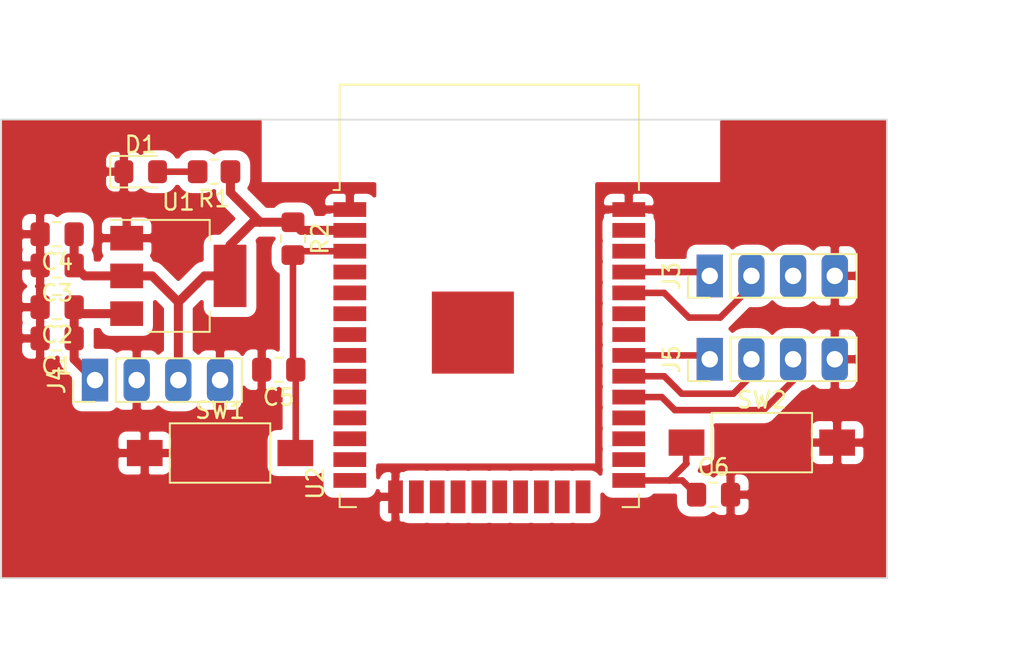
<source format=kicad_pcb>
(kicad_pcb (version 20171130) (host pcbnew "(5.1.9-0-10_14)")

  (general
    (thickness 1.6)
    (drawings 6)
    (tracks 54)
    (zones 0)
    (modules 16)
    (nets 18)
  )

  (page A4)
  (layers
    (0 F.Cu signal)
    (31 B.Cu signal)
    (32 B.Adhes user)
    (33 F.Adhes user)
    (34 B.Paste user)
    (35 F.Paste user)
    (36 B.SilkS user)
    (37 F.SilkS user)
    (38 B.Mask user)
    (39 F.Mask user)
    (40 Dwgs.User user)
    (41 Cmts.User user)
    (42 Eco1.User user)
    (43 Eco2.User user)
    (44 Edge.Cuts user)
    (45 Margin user)
    (46 B.CrtYd user)
    (47 F.CrtYd user)
    (48 B.Fab user)
    (49 F.Fab user)
  )

  (setup
    (last_trace_width 0.4)
    (trace_clearance 0.6)
    (zone_clearance 0.508)
    (zone_45_only no)
    (trace_min 0.2)
    (via_size 1.6)
    (via_drill 0.8)
    (via_min_size 0.4)
    (via_min_drill 0.3)
    (uvia_size 0.3)
    (uvia_drill 0.1)
    (uvias_allowed no)
    (uvia_min_size 0.2)
    (uvia_min_drill 0.1)
    (edge_width 0.05)
    (segment_width 0.2)
    (pcb_text_width 0.3)
    (pcb_text_size 1.5 1.5)
    (mod_edge_width 0.12)
    (mod_text_size 1 1)
    (mod_text_width 0.15)
    (pad_size 1.524 1.524)
    (pad_drill 0.762)
    (pad_to_mask_clearance 0)
    (aux_axis_origin 76.2 76.2)
    (visible_elements FFFFFF7F)
    (pcbplotparams
      (layerselection 0x01000_7ffffffe)
      (usegerberextensions false)
      (usegerberattributes true)
      (usegerberadvancedattributes true)
      (creategerberjobfile true)
      (excludeedgelayer true)
      (linewidth 0.100000)
      (plotframeref false)
      (viasonmask false)
      (mode 1)
      (useauxorigin false)
      (hpglpennumber 1)
      (hpglpenspeed 20)
      (hpglpendiameter 15.000000)
      (psnegative false)
      (psa4output false)
      (plotreference false)
      (plotvalue false)
      (plotinvisibletext false)
      (padsonsilk false)
      (subtractmaskfromsilk false)
      (outputformat 5)
      (mirror false)
      (drillshape 2)
      (scaleselection 1)
      (outputdirectory ""))
  )

  (net 0 "")
  (net 1 GND)
  (net 2 /VIN)
  (net 3 /3.3V)
  (net 4 "Net-(C5-Pad1)")
  (net 5 "Net-(C6-Pad1)")
  (net 6 "Net-(D1-Pad2)")
  (net 7 /I2C_SDA)
  (net 8 /I2C_SCL)
  (net 9 /SPI_MOSI)
  (net 10 /SPI_MISO)
  (net 11 /SPI_CLK)
  (net 12 /SPI_CS)
  (net 13 /UART_TX)
  (net 14 /UART_RX)
  (net 15 /IO5)
  (net 16 /IO18)
  (net 17 /IO19)

  (net_class Default "This is the default net class."
    (clearance 0.6)
    (trace_width 0.4)
    (via_dia 1.6)
    (via_drill 0.8)
    (uvia_dia 0.3)
    (uvia_drill 0.1)
    (add_net /I2C_SCL)
    (add_net /I2C_SDA)
    (add_net /IO18)
    (add_net /IO19)
    (add_net /IO5)
    (add_net /SPI_CLK)
    (add_net /SPI_CS)
    (add_net /SPI_MISO)
    (add_net /SPI_MOSI)
    (add_net /UART_RX)
    (add_net /UART_TX)
    (add_net GND)
    (add_net "Net-(C5-Pad1)")
    (add_net "Net-(C6-Pad1)")
    (add_net "Net-(D1-Pad2)")
  )

  (net_class PWR ""
    (clearance 0.6)
    (trace_width 0.55)
    (via_dia 1.6)
    (via_drill 0.8)
    (uvia_dia 0.3)
    (uvia_drill 0.1)
    (add_net /3.3V)
    (add_net /VIN)
  )

  (module Connector_PinHeader_2.54mm:PinHeader_1x04_P2.54mm_Vertical_Nhan (layer F.Cu) (tedit 60545DC8) (tstamp 6093E6B5)
    (at 119.38 90.805 90)
    (descr "Through hole straight pin header, 1x04, 2.54mm pitch, single row")
    (tags "Through hole pin header THT 1x04 2.54mm single row")
    (path /60986EAB)
    (fp_text reference J5 (at 0 -2.33 90) (layer F.SilkS)
      (effects (font (size 1 1) (thickness 0.15)))
    )
    (fp_text value Conn_01x04_Female (at 0 9.95 90) (layer F.Fab)
      (effects (font (size 1 1) (thickness 0.15)))
    )
    (fp_line (start -0.635 -1.27) (end 1.27 -1.27) (layer F.Fab) (width 0.1))
    (fp_line (start 1.27 -1.27) (end 1.27 8.89) (layer F.Fab) (width 0.1))
    (fp_line (start 1.27 8.89) (end -1.27 8.89) (layer F.Fab) (width 0.1))
    (fp_line (start -1.27 8.89) (end -1.27 -0.635) (layer F.Fab) (width 0.1))
    (fp_line (start -1.27 -0.635) (end -0.635 -1.27) (layer F.Fab) (width 0.1))
    (fp_line (start -1.33 8.95) (end 1.33 8.95) (layer F.SilkS) (width 0.12))
    (fp_line (start -1.33 1.27) (end -1.33 8.95) (layer F.SilkS) (width 0.12))
    (fp_line (start 1.33 1.27) (end 1.33 8.95) (layer F.SilkS) (width 0.12))
    (fp_line (start -1.33 1.27) (end 1.33 1.27) (layer F.SilkS) (width 0.12))
    (fp_line (start -1.33 0) (end -1.33 -1.33) (layer F.SilkS) (width 0.12))
    (fp_line (start -1.33 -1.33) (end 0 -1.33) (layer F.SilkS) (width 0.12))
    (fp_line (start -1.8 -1.8) (end -1.8 9.4) (layer F.CrtYd) (width 0.05))
    (fp_line (start -1.8 9.4) (end 1.8 9.4) (layer F.CrtYd) (width 0.05))
    (fp_line (start 1.8 9.4) (end 1.8 -1.8) (layer F.CrtYd) (width 0.05))
    (fp_line (start 1.8 -1.8) (end -1.8 -1.8) (layer F.CrtYd) (width 0.05))
    (fp_text user %R (at 0 3.81) (layer F.Fab)
      (effects (font (size 1 1) (thickness 0.15)))
    )
    (pad 4 thru_hole roundrect (at 0 7.62 90) (size 2.6 1.6) (drill 1) (layers *.Cu *.Mask) (roundrect_rratio 0.25)
      (net 1 GND))
    (pad 3 thru_hole roundrect (at 0 5.08 90) (size 2.6 1.6) (drill 1) (layers *.Cu *.Mask) (roundrect_rratio 0.25)
      (net 15 /IO5))
    (pad 2 thru_hole roundrect (at 0 2.54 90) (size 2.6 1.6) (drill 1) (layers *.Cu *.Mask) (roundrect_rratio 0.25)
      (net 16 /IO18))
    (pad 1 thru_hole rect (at 0 0 90) (size 2.6 1.6) (drill 1) (layers *.Cu *.Mask)
      (net 17 /IO19))
    (model ${KISYS3DMOD}/Connector_PinHeader_2.54mm.3dshapes/PinHeader_1x04_P2.54mm_Vertical.wrl
      (at (xyz 0 0 0))
      (scale (xyz 1 1 1))
      (rotate (xyz 0 0 0))
    )
  )

  (module Connector_PinHeader_2.54mm:PinHeader_1x04_P2.54mm_Vertical_Nhan (layer F.Cu) (tedit 60545DC8) (tstamp 6093CDFB)
    (at 81.915 92.075 90)
    (descr "Through hole straight pin header, 1x04, 2.54mm pitch, single row")
    (tags "Through hole pin header THT 1x04 2.54mm single row")
    (path /6096FA2D)
    (fp_text reference J4 (at 0 -2.33 90) (layer F.SilkS)
      (effects (font (size 1 1) (thickness 0.15)))
    )
    (fp_text value Conn_01x04_Female (at 0 9.95 90) (layer F.Fab)
      (effects (font (size 1 1) (thickness 0.15)))
    )
    (fp_line (start -0.635 -1.27) (end 1.27 -1.27) (layer F.Fab) (width 0.1))
    (fp_line (start 1.27 -1.27) (end 1.27 8.89) (layer F.Fab) (width 0.1))
    (fp_line (start 1.27 8.89) (end -1.27 8.89) (layer F.Fab) (width 0.1))
    (fp_line (start -1.27 8.89) (end -1.27 -0.635) (layer F.Fab) (width 0.1))
    (fp_line (start -1.27 -0.635) (end -0.635 -1.27) (layer F.Fab) (width 0.1))
    (fp_line (start -1.33 8.95) (end 1.33 8.95) (layer F.SilkS) (width 0.12))
    (fp_line (start -1.33 1.27) (end -1.33 8.95) (layer F.SilkS) (width 0.12))
    (fp_line (start 1.33 1.27) (end 1.33 8.95) (layer F.SilkS) (width 0.12))
    (fp_line (start -1.33 1.27) (end 1.33 1.27) (layer F.SilkS) (width 0.12))
    (fp_line (start -1.33 0) (end -1.33 -1.33) (layer F.SilkS) (width 0.12))
    (fp_line (start -1.33 -1.33) (end 0 -1.33) (layer F.SilkS) (width 0.12))
    (fp_line (start -1.8 -1.8) (end -1.8 9.4) (layer F.CrtYd) (width 0.05))
    (fp_line (start -1.8 9.4) (end 1.8 9.4) (layer F.CrtYd) (width 0.05))
    (fp_line (start 1.8 9.4) (end 1.8 -1.8) (layer F.CrtYd) (width 0.05))
    (fp_line (start 1.8 -1.8) (end -1.8 -1.8) (layer F.CrtYd) (width 0.05))
    (fp_text user %R (at 0.635 3.81 270) (layer F.Fab)
      (effects (font (size 1 1) (thickness 0.15)))
    )
    (pad 4 thru_hole roundrect (at 0 7.62 90) (size 2.6 1.6) (drill 1) (layers *.Cu *.Mask) (roundrect_rratio 0.25)
      (net 1 GND))
    (pad 3 thru_hole roundrect (at 0 5.08 90) (size 2.6 1.6) (drill 1) (layers *.Cu *.Mask) (roundrect_rratio 0.25)
      (net 3 /3.3V))
    (pad 2 thru_hole roundrect (at 0 2.54 90) (size 2.6 1.6) (drill 1) (layers *.Cu *.Mask) (roundrect_rratio 0.25)
      (net 1 GND))
    (pad 1 thru_hole rect (at 0 0 90) (size 2.6 1.6) (drill 1) (layers *.Cu *.Mask)
      (net 2 /VIN))
    (model ${KISYS3DMOD}/Connector_PinHeader_2.54mm.3dshapes/PinHeader_1x04_P2.54mm_Vertical.wrl
      (at (xyz 0 0 0))
      (scale (xyz 1 1 1))
      (rotate (xyz 0 0 0))
    )
  )

  (module Connector_PinHeader_2.54mm:PinHeader_1x04_P2.54mm_Vertical_Nhan (layer F.Cu) (tedit 60545DC8) (tstamp 6093DFBC)
    (at 119.38 85.725 90)
    (descr "Through hole straight pin header, 1x04, 2.54mm pitch, single row")
    (tags "Through hole pin header THT 1x04 2.54mm single row")
    (path /60965252)
    (fp_text reference J3 (at 0 -2.33 90) (layer F.SilkS)
      (effects (font (size 1 1) (thickness 0.15)))
    )
    (fp_text value Conn_01x04_Female (at 0 9.95 90) (layer F.Fab)
      (effects (font (size 1 1) (thickness 0.15)))
    )
    (fp_line (start -0.635 -1.27) (end 1.27 -1.27) (layer F.Fab) (width 0.1))
    (fp_line (start 1.27 -1.27) (end 1.27 8.89) (layer F.Fab) (width 0.1))
    (fp_line (start 1.27 8.89) (end -1.27 8.89) (layer F.Fab) (width 0.1))
    (fp_line (start -1.27 8.89) (end -1.27 -0.635) (layer F.Fab) (width 0.1))
    (fp_line (start -1.27 -0.635) (end -0.635 -1.27) (layer F.Fab) (width 0.1))
    (fp_line (start -1.33 8.95) (end 1.33 8.95) (layer F.SilkS) (width 0.12))
    (fp_line (start -1.33 1.27) (end -1.33 8.95) (layer F.SilkS) (width 0.12))
    (fp_line (start 1.33 1.27) (end 1.33 8.95) (layer F.SilkS) (width 0.12))
    (fp_line (start -1.33 1.27) (end 1.33 1.27) (layer F.SilkS) (width 0.12))
    (fp_line (start -1.33 0) (end -1.33 -1.33) (layer F.SilkS) (width 0.12))
    (fp_line (start -1.33 -1.33) (end 0 -1.33) (layer F.SilkS) (width 0.12))
    (fp_line (start -1.8 -1.8) (end -1.8 9.4) (layer F.CrtYd) (width 0.05))
    (fp_line (start -1.8 9.4) (end 1.8 9.4) (layer F.CrtYd) (width 0.05))
    (fp_line (start 1.8 9.4) (end 1.8 -1.8) (layer F.CrtYd) (width 0.05))
    (fp_line (start 1.8 -1.8) (end -1.8 -1.8) (layer F.CrtYd) (width 0.05))
    (fp_text user %R (at 0 3.81) (layer F.Fab)
      (effects (font (size 1 1) (thickness 0.15)))
    )
    (pad 4 thru_hole roundrect (at 0 7.62 90) (size 2.6 1.6) (drill 1) (layers *.Cu *.Mask) (roundrect_rratio 0.25)
      (net 1 GND))
    (pad 3 thru_hole roundrect (at 0 5.08 90) (size 2.6 1.6) (drill 1) (layers *.Cu *.Mask) (roundrect_rratio 0.25)
      (net 3 /3.3V))
    (pad 2 thru_hole roundrect (at 0 2.54 90) (size 2.6 1.6) (drill 1) (layers *.Cu *.Mask) (roundrect_rratio 0.25)
      (net 14 /UART_RX))
    (pad 1 thru_hole rect (at 0 0 90) (size 2.6 1.6) (drill 1) (layers *.Cu *.Mask)
      (net 13 /UART_TX))
    (model ${KISYS3DMOD}/Connector_PinHeader_2.54mm.3dshapes/PinHeader_1x04_P2.54mm_Vertical.wrl
      (at (xyz 0 0 0))
      (scale (xyz 1 1 1))
      (rotate (xyz 0 0 0))
    )
  )

  (module RF_Module:ESP32-WROOM-32 (layer F.Cu) (tedit 5B5B4654) (tstamp 6093B442)
    (at 105.945 89.935)
    (descr "Single 2.4 GHz Wi-Fi and Bluetooth combo chip https://www.espressif.com/sites/default/files/documentation/esp32-wroom-32_datasheet_en.pdf")
    (tags "Single 2.4 GHz Wi-Fi and Bluetooth combo  chip")
    (path /6093E769)
    (attr smd)
    (fp_text reference U2 (at -10.61 8.43 90) (layer F.SilkS)
      (effects (font (size 1 1) (thickness 0.15)))
    )
    (fp_text value ESP32-WROOM-32D (at 0 11.5) (layer F.Fab)
      (effects (font (size 1 1) (thickness 0.15)))
    )
    (fp_line (start -14 -9.97) (end -14 -20.75) (layer Dwgs.User) (width 0.1))
    (fp_line (start 9 9.76) (end 9 -15.745) (layer F.Fab) (width 0.1))
    (fp_line (start -9 9.76) (end 9 9.76) (layer F.Fab) (width 0.1))
    (fp_line (start -9 -15.745) (end -9 -10.02) (layer F.Fab) (width 0.1))
    (fp_line (start -9 -15.745) (end 9 -15.745) (layer F.Fab) (width 0.1))
    (fp_line (start -9.75 10.5) (end -9.75 -9.72) (layer F.CrtYd) (width 0.05))
    (fp_line (start -9.75 10.5) (end 9.75 10.5) (layer F.CrtYd) (width 0.05))
    (fp_line (start 9.75 -9.72) (end 9.75 10.5) (layer F.CrtYd) (width 0.05))
    (fp_line (start -14.25 -21) (end 14.25 -21) (layer F.CrtYd) (width 0.05))
    (fp_line (start -9 -9.02) (end -9 9.76) (layer F.Fab) (width 0.1))
    (fp_line (start -8.5 -9.52) (end -9 -10.02) (layer F.Fab) (width 0.1))
    (fp_line (start -9 -9.02) (end -8.5 -9.52) (layer F.Fab) (width 0.1))
    (fp_line (start 14 -9.97) (end -14 -9.97) (layer Dwgs.User) (width 0.1))
    (fp_line (start 14 -9.97) (end 14 -20.75) (layer Dwgs.User) (width 0.1))
    (fp_line (start 14 -20.75) (end -14 -20.75) (layer Dwgs.User) (width 0.1))
    (fp_line (start -14.25 -21) (end -14.25 -9.72) (layer F.CrtYd) (width 0.05))
    (fp_line (start 14.25 -21) (end 14.25 -9.72) (layer F.CrtYd) (width 0.05))
    (fp_line (start -14.25 -9.72) (end -9.75 -9.72) (layer F.CrtYd) (width 0.05))
    (fp_line (start 9.75 -9.72) (end 14.25 -9.72) (layer F.CrtYd) (width 0.05))
    (fp_line (start -12.525 -20.75) (end -14 -19.66) (layer Dwgs.User) (width 0.1))
    (fp_line (start -10.525 -20.75) (end -14 -18.045) (layer Dwgs.User) (width 0.1))
    (fp_line (start -8.525 -20.75) (end -14 -16.43) (layer Dwgs.User) (width 0.1))
    (fp_line (start -6.525 -20.75) (end -14 -14.815) (layer Dwgs.User) (width 0.1))
    (fp_line (start -4.525 -20.75) (end -14 -13.2) (layer Dwgs.User) (width 0.1))
    (fp_line (start -2.525 -20.75) (end -14 -11.585) (layer Dwgs.User) (width 0.1))
    (fp_line (start -0.525 -20.75) (end -14 -9.97) (layer Dwgs.User) (width 0.1))
    (fp_line (start 1.475 -20.75) (end -12 -9.97) (layer Dwgs.User) (width 0.1))
    (fp_line (start 3.475 -20.75) (end -10 -9.97) (layer Dwgs.User) (width 0.1))
    (fp_line (start -8 -9.97) (end 5.475 -20.75) (layer Dwgs.User) (width 0.1))
    (fp_line (start 7.475 -20.75) (end -6 -9.97) (layer Dwgs.User) (width 0.1))
    (fp_line (start 9.475 -20.75) (end -4 -9.97) (layer Dwgs.User) (width 0.1))
    (fp_line (start 11.475 -20.75) (end -2 -9.97) (layer Dwgs.User) (width 0.1))
    (fp_line (start 13.475 -20.75) (end 0 -9.97) (layer Dwgs.User) (width 0.1))
    (fp_line (start 14 -19.66) (end 2 -9.97) (layer Dwgs.User) (width 0.1))
    (fp_line (start 14 -18.045) (end 4 -9.97) (layer Dwgs.User) (width 0.1))
    (fp_line (start 14 -16.43) (end 6 -9.97) (layer Dwgs.User) (width 0.1))
    (fp_line (start 14 -14.815) (end 8 -9.97) (layer Dwgs.User) (width 0.1))
    (fp_line (start 14 -13.2) (end 10 -9.97) (layer Dwgs.User) (width 0.1))
    (fp_line (start 14 -11.585) (end 12 -9.97) (layer Dwgs.User) (width 0.1))
    (fp_line (start 9.2 -13.875) (end 13.8 -13.875) (layer Cmts.User) (width 0.1))
    (fp_line (start 13.8 -13.875) (end 13.6 -14.075) (layer Cmts.User) (width 0.1))
    (fp_line (start 13.8 -13.875) (end 13.6 -13.675) (layer Cmts.User) (width 0.1))
    (fp_line (start 9.2 -13.875) (end 9.4 -14.075) (layer Cmts.User) (width 0.1))
    (fp_line (start 9.2 -13.875) (end 9.4 -13.675) (layer Cmts.User) (width 0.1))
    (fp_line (start -13.8 -13.875) (end -13.6 -14.075) (layer Cmts.User) (width 0.1))
    (fp_line (start -13.8 -13.875) (end -13.6 -13.675) (layer Cmts.User) (width 0.1))
    (fp_line (start -9.2 -13.875) (end -9.4 -13.675) (layer Cmts.User) (width 0.1))
    (fp_line (start -13.8 -13.875) (end -9.2 -13.875) (layer Cmts.User) (width 0.1))
    (fp_line (start -9.2 -13.875) (end -9.4 -14.075) (layer Cmts.User) (width 0.1))
    (fp_line (start 8.4 -16) (end 8.2 -16.2) (layer Cmts.User) (width 0.1))
    (fp_line (start 8.4 -16) (end 8.6 -16.2) (layer Cmts.User) (width 0.1))
    (fp_line (start 8.4 -20.6) (end 8.6 -20.4) (layer Cmts.User) (width 0.1))
    (fp_line (start 8.4 -16) (end 8.4 -20.6) (layer Cmts.User) (width 0.1))
    (fp_line (start 8.4 -20.6) (end 8.2 -20.4) (layer Cmts.User) (width 0.1))
    (fp_line (start -9.12 9.1) (end -9.12 9.88) (layer F.SilkS) (width 0.12))
    (fp_line (start -9.12 9.88) (end -8.12 9.88) (layer F.SilkS) (width 0.12))
    (fp_line (start 9.12 9.1) (end 9.12 9.88) (layer F.SilkS) (width 0.12))
    (fp_line (start 9.12 9.88) (end 8.12 9.88) (layer F.SilkS) (width 0.12))
    (fp_line (start -9.12 -15.865) (end 9.12 -15.865) (layer F.SilkS) (width 0.12))
    (fp_line (start 9.12 -15.865) (end 9.12 -9.445) (layer F.SilkS) (width 0.12))
    (fp_line (start -9.12 -15.865) (end -9.12 -9.445) (layer F.SilkS) (width 0.12))
    (fp_line (start -9.12 -9.445) (end -9.5 -9.445) (layer F.SilkS) (width 0.12))
    (fp_text user "5 mm" (at 7.8 -19.075 90) (layer Cmts.User)
      (effects (font (size 0.5 0.5) (thickness 0.1)))
    )
    (fp_text user "5 mm" (at -11.2 -14.375) (layer Cmts.User)
      (effects (font (size 0.5 0.5) (thickness 0.1)))
    )
    (fp_text user "5 mm" (at 11.8 -14.375) (layer Cmts.User)
      (effects (font (size 0.5 0.5) (thickness 0.1)))
    )
    (fp_text user Antenna (at 0 -13) (layer Cmts.User)
      (effects (font (size 1 1) (thickness 0.15)))
    )
    (fp_text user "KEEP-OUT ZONE" (at 0 -19) (layer Cmts.User)
      (effects (font (size 1 1) (thickness 0.15)))
    )
    (fp_text user %R (at 0 0) (layer F.Fab)
      (effects (font (size 1 1) (thickness 0.15)))
    )
    (pad 38 smd rect (at 8.5 -8.255) (size 2 0.9) (layers F.Cu F.Paste F.Mask)
      (net 1 GND))
    (pad 37 smd rect (at 8.5 -6.985) (size 2 0.9) (layers F.Cu F.Paste F.Mask))
    (pad 36 smd rect (at 8.5 -5.715) (size 2 0.9) (layers F.Cu F.Paste F.Mask)
      (net 8 /I2C_SCL))
    (pad 35 smd rect (at 8.5 -4.445) (size 2 0.9) (layers F.Cu F.Paste F.Mask)
      (net 13 /UART_TX))
    (pad 34 smd rect (at 8.5 -3.175) (size 2 0.9) (layers F.Cu F.Paste F.Mask)
      (net 14 /UART_RX))
    (pad 33 smd rect (at 8.5 -1.905) (size 2 0.9) (layers F.Cu F.Paste F.Mask)
      (net 7 /I2C_SDA))
    (pad 32 smd rect (at 8.5 -0.635) (size 2 0.9) (layers F.Cu F.Paste F.Mask))
    (pad 31 smd rect (at 8.5 0.635) (size 2 0.9) (layers F.Cu F.Paste F.Mask)
      (net 17 /IO19))
    (pad 30 smd rect (at 8.5 1.905) (size 2 0.9) (layers F.Cu F.Paste F.Mask)
      (net 16 /IO18))
    (pad 29 smd rect (at 8.5 3.175) (size 2 0.9) (layers F.Cu F.Paste F.Mask)
      (net 15 /IO5))
    (pad 28 smd rect (at 8.5 4.445) (size 2 0.9) (layers F.Cu F.Paste F.Mask))
    (pad 27 smd rect (at 8.5 5.715) (size 2 0.9) (layers F.Cu F.Paste F.Mask))
    (pad 26 smd rect (at 8.5 6.985) (size 2 0.9) (layers F.Cu F.Paste F.Mask))
    (pad 25 smd rect (at 8.5 8.255) (size 2 0.9) (layers F.Cu F.Paste F.Mask)
      (net 5 "Net-(C6-Pad1)"))
    (pad 24 smd rect (at 5.715 9.255 90) (size 2 0.9) (layers F.Cu F.Paste F.Mask))
    (pad 23 smd rect (at 4.445 9.255 90) (size 2 0.9) (layers F.Cu F.Paste F.Mask)
      (net 12 /SPI_CS))
    (pad 22 smd rect (at 3.175 9.255 90) (size 2 0.9) (layers F.Cu F.Paste F.Mask))
    (pad 21 smd rect (at 1.905 9.255 90) (size 2 0.9) (layers F.Cu F.Paste F.Mask))
    (pad 20 smd rect (at 0.635 9.255 90) (size 2 0.9) (layers F.Cu F.Paste F.Mask))
    (pad 19 smd rect (at -0.635 9.255 90) (size 2 0.9) (layers F.Cu F.Paste F.Mask))
    (pad 18 smd rect (at -1.905 9.255 90) (size 2 0.9) (layers F.Cu F.Paste F.Mask))
    (pad 17 smd rect (at -3.175 9.255 90) (size 2 0.9) (layers F.Cu F.Paste F.Mask))
    (pad 16 smd rect (at -4.445 9.255 90) (size 2 0.9) (layers F.Cu F.Paste F.Mask)
      (net 9 /SPI_MOSI))
    (pad 15 smd rect (at -5.715 9.255 90) (size 2 0.9) (layers F.Cu F.Paste F.Mask)
      (net 1 GND))
    (pad 14 smd rect (at -8.5 8.255) (size 2 0.9) (layers F.Cu F.Paste F.Mask)
      (net 10 /SPI_MISO))
    (pad 13 smd rect (at -8.5 6.985) (size 2 0.9) (layers F.Cu F.Paste F.Mask)
      (net 11 /SPI_CLK))
    (pad 12 smd rect (at -8.5 5.715) (size 2 0.9) (layers F.Cu F.Paste F.Mask))
    (pad 11 smd rect (at -8.5 4.445) (size 2 0.9) (layers F.Cu F.Paste F.Mask))
    (pad 10 smd rect (at -8.5 3.175) (size 2 0.9) (layers F.Cu F.Paste F.Mask))
    (pad 9 smd rect (at -8.5 1.905) (size 2 0.9) (layers F.Cu F.Paste F.Mask))
    (pad 8 smd rect (at -8.5 0.635) (size 2 0.9) (layers F.Cu F.Paste F.Mask))
    (pad 7 smd rect (at -8.5 -0.635) (size 2 0.9) (layers F.Cu F.Paste F.Mask))
    (pad 6 smd rect (at -8.5 -1.905) (size 2 0.9) (layers F.Cu F.Paste F.Mask))
    (pad 5 smd rect (at -8.5 -3.175) (size 2 0.9) (layers F.Cu F.Paste F.Mask))
    (pad 4 smd rect (at -8.5 -4.445) (size 2 0.9) (layers F.Cu F.Paste F.Mask))
    (pad 3 smd rect (at -8.5 -5.715) (size 2 0.9) (layers F.Cu F.Paste F.Mask)
      (net 4 "Net-(C5-Pad1)"))
    (pad 2 smd rect (at -8.5 -6.985) (size 2 0.9) (layers F.Cu F.Paste F.Mask)
      (net 3 /3.3V))
    (pad 1 smd rect (at -8.5 -8.255) (size 2 0.9) (layers F.Cu F.Paste F.Mask)
      (net 1 GND))
    (pad 39 smd rect (at -1 -0.755) (size 5 5) (layers F.Cu F.Paste F.Mask)
      (net 1 GND))
    (model ${KISYS3DMOD}/RF_Module.3dshapes/ESP32-WROOM-32.wrl
      (at (xyz 0 0 0))
      (scale (xyz 1 1 1))
      (rotate (xyz 0 0 0))
    )
  )

  (module Package_TO_SOT_SMD:SOT-223-3_TabPin2 (layer F.Cu) (tedit 5A02FF57) (tstamp 6093D859)
    (at 86.995 85.725)
    (descr "module CMS SOT223 4 pins")
    (tags "CMS SOT")
    (path /6093973F)
    (attr smd)
    (fp_text reference U1 (at 0 -4.5) (layer F.SilkS)
      (effects (font (size 1 1) (thickness 0.15)))
    )
    (fp_text value AMS1117-3.3 (at 0 4.5) (layer F.Fab)
      (effects (font (size 1 1) (thickness 0.15)))
    )
    (fp_line (start 1.91 3.41) (end 1.91 2.15) (layer F.SilkS) (width 0.12))
    (fp_line (start 1.91 -3.41) (end 1.91 -2.15) (layer F.SilkS) (width 0.12))
    (fp_line (start 4.4 -3.6) (end -4.4 -3.6) (layer F.CrtYd) (width 0.05))
    (fp_line (start 4.4 3.6) (end 4.4 -3.6) (layer F.CrtYd) (width 0.05))
    (fp_line (start -4.4 3.6) (end 4.4 3.6) (layer F.CrtYd) (width 0.05))
    (fp_line (start -4.4 -3.6) (end -4.4 3.6) (layer F.CrtYd) (width 0.05))
    (fp_line (start -1.85 -2.35) (end -0.85 -3.35) (layer F.Fab) (width 0.1))
    (fp_line (start -1.85 -2.35) (end -1.85 3.35) (layer F.Fab) (width 0.1))
    (fp_line (start -1.85 3.41) (end 1.91 3.41) (layer F.SilkS) (width 0.12))
    (fp_line (start -0.85 -3.35) (end 1.85 -3.35) (layer F.Fab) (width 0.1))
    (fp_line (start -4.1 -3.41) (end 1.91 -3.41) (layer F.SilkS) (width 0.12))
    (fp_line (start -1.85 3.35) (end 1.85 3.35) (layer F.Fab) (width 0.1))
    (fp_line (start 1.85 -3.35) (end 1.85 3.35) (layer F.Fab) (width 0.1))
    (fp_text user %R (at 0 0 90) (layer F.Fab)
      (effects (font (size 0.8 0.8) (thickness 0.12)))
    )
    (pad 1 smd rect (at -3.15 -2.3) (size 2 1.5) (layers F.Cu F.Paste F.Mask)
      (net 1 GND))
    (pad 3 smd rect (at -3.15 2.3) (size 2 1.5) (layers F.Cu F.Paste F.Mask)
      (net 2 /VIN))
    (pad 2 smd rect (at -3.15 0) (size 2 1.5) (layers F.Cu F.Paste F.Mask)
      (net 3 /3.3V))
    (pad 2 smd rect (at 3.15 0) (size 2 3.8) (layers F.Cu F.Paste F.Mask)
      (net 3 /3.3V))
    (model ${KISYS3DMOD}/Package_TO_SOT_SMD.3dshapes/SOT-223.wrl
      (at (xyz 0 0 0))
      (scale (xyz 1 1 1))
      (rotate (xyz 0 0 0))
    )
  )

  (module Button_Switch_SMD:SW_SPST_FSMSM (layer F.Cu) (tedit 5A02FC95) (tstamp 6093B3BD)
    (at 122.555 95.885)
    (descr http://www.te.com/commerce/DocumentDelivery/DDEController?Action=srchrtrv&DocNm=1437566-3&DocType=Customer+Drawing&DocLang=English)
    (tags "SPST button tactile switch")
    (path /60949BBB)
    (attr smd)
    (fp_text reference SW2 (at 0 -2.6) (layer F.SilkS)
      (effects (font (size 1 1) (thickness 0.15)))
    )
    (fp_text value SW_Push (at 0 3) (layer F.Fab)
      (effects (font (size 1 1) (thickness 0.15)))
    )
    (fp_line (start -1.75 -1) (end 1.75 -1) (layer F.Fab) (width 0.1))
    (fp_line (start 1.75 -1) (end 1.75 1) (layer F.Fab) (width 0.1))
    (fp_line (start 1.75 1) (end -1.75 1) (layer F.Fab) (width 0.1))
    (fp_line (start -1.75 1) (end -1.75 -1) (layer F.Fab) (width 0.1))
    (fp_line (start -3.06 -1.81) (end 3.06 -1.81) (layer F.SilkS) (width 0.12))
    (fp_line (start 3.06 -1.81) (end 3.06 1.81) (layer F.SilkS) (width 0.12))
    (fp_line (start 3.06 1.81) (end -3.06 1.81) (layer F.SilkS) (width 0.12))
    (fp_line (start -3.06 1.81) (end -3.06 -1.81) (layer F.SilkS) (width 0.12))
    (fp_line (start -1.5 0.8) (end 1.5 0.8) (layer F.Fab) (width 0.1))
    (fp_line (start -1.5 -0.8) (end 1.5 -0.8) (layer F.Fab) (width 0.1))
    (fp_line (start 1.5 -0.8) (end 1.5 0.8) (layer F.Fab) (width 0.1))
    (fp_line (start -1.5 -0.8) (end -1.5 0.8) (layer F.Fab) (width 0.1))
    (fp_line (start -5.95 2) (end 5.95 2) (layer F.CrtYd) (width 0.05))
    (fp_line (start 5.95 -2) (end 5.95 2) (layer F.CrtYd) (width 0.05))
    (fp_line (start -3 1.75) (end 3 1.75) (layer F.Fab) (width 0.1))
    (fp_line (start -3 -1.75) (end 3 -1.75) (layer F.Fab) (width 0.1))
    (fp_line (start -3 -1.75) (end -3 1.75) (layer F.Fab) (width 0.1))
    (fp_line (start 3 -1.75) (end 3 1.75) (layer F.Fab) (width 0.1))
    (fp_line (start -5.95 -2) (end -5.95 2) (layer F.CrtYd) (width 0.05))
    (fp_line (start -5.95 -2) (end 5.95 -2) (layer F.CrtYd) (width 0.05))
    (fp_text user %R (at 0 -2.6) (layer F.Fab)
      (effects (font (size 1 1) (thickness 0.15)))
    )
    (pad 2 smd rect (at 4.59 0) (size 2.18 1.6) (layers F.Cu F.Paste F.Mask)
      (net 1 GND))
    (pad 1 smd rect (at -4.59 0) (size 2.18 1.6) (layers F.Cu F.Paste F.Mask)
      (net 5 "Net-(C6-Pad1)"))
    (model ${KISYS3DMOD}/Button_Switch_SMD.3dshapes/SW_SPST_FSMSM.wrl
      (at (xyz 0 0 0))
      (scale (xyz 1 1 1))
      (rotate (xyz 0 0 0))
    )
  )

  (module Button_Switch_SMD:SW_SPST_FSMSM (layer F.Cu) (tedit 5A02FC95) (tstamp 6093B3A2)
    (at 89.535 96.52)
    (descr http://www.te.com/commerce/DocumentDelivery/DDEController?Action=srchrtrv&DocNm=1437566-3&DocType=Customer+Drawing&DocLang=English)
    (tags "SPST button tactile switch")
    (path /6094BCEE)
    (attr smd)
    (fp_text reference SW1 (at 0 -2.6) (layer F.SilkS)
      (effects (font (size 1 1) (thickness 0.15)))
    )
    (fp_text value SW_Push (at 0 3) (layer F.Fab)
      (effects (font (size 1 1) (thickness 0.15)))
    )
    (fp_line (start -1.75 -1) (end 1.75 -1) (layer F.Fab) (width 0.1))
    (fp_line (start 1.75 -1) (end 1.75 1) (layer F.Fab) (width 0.1))
    (fp_line (start 1.75 1) (end -1.75 1) (layer F.Fab) (width 0.1))
    (fp_line (start -1.75 1) (end -1.75 -1) (layer F.Fab) (width 0.1))
    (fp_line (start -3.06 -1.81) (end 3.06 -1.81) (layer F.SilkS) (width 0.12))
    (fp_line (start 3.06 -1.81) (end 3.06 1.81) (layer F.SilkS) (width 0.12))
    (fp_line (start 3.06 1.81) (end -3.06 1.81) (layer F.SilkS) (width 0.12))
    (fp_line (start -3.06 1.81) (end -3.06 -1.81) (layer F.SilkS) (width 0.12))
    (fp_line (start -1.5 0.8) (end 1.5 0.8) (layer F.Fab) (width 0.1))
    (fp_line (start -1.5 -0.8) (end 1.5 -0.8) (layer F.Fab) (width 0.1))
    (fp_line (start 1.5 -0.8) (end 1.5 0.8) (layer F.Fab) (width 0.1))
    (fp_line (start -1.5 -0.8) (end -1.5 0.8) (layer F.Fab) (width 0.1))
    (fp_line (start -5.95 2) (end 5.95 2) (layer F.CrtYd) (width 0.05))
    (fp_line (start 5.95 -2) (end 5.95 2) (layer F.CrtYd) (width 0.05))
    (fp_line (start -3 1.75) (end 3 1.75) (layer F.Fab) (width 0.1))
    (fp_line (start -3 -1.75) (end 3 -1.75) (layer F.Fab) (width 0.1))
    (fp_line (start -3 -1.75) (end -3 1.75) (layer F.Fab) (width 0.1))
    (fp_line (start 3 -1.75) (end 3 1.75) (layer F.Fab) (width 0.1))
    (fp_line (start -5.95 -2) (end -5.95 2) (layer F.CrtYd) (width 0.05))
    (fp_line (start -5.95 -2) (end 5.95 -2) (layer F.CrtYd) (width 0.05))
    (fp_text user %R (at 0 -2.6) (layer F.Fab)
      (effects (font (size 1 1) (thickness 0.15)))
    )
    (pad 2 smd rect (at 4.59 0) (size 2.18 1.6) (layers F.Cu F.Paste F.Mask)
      (net 4 "Net-(C5-Pad1)"))
    (pad 1 smd rect (at -4.59 0) (size 2.18 1.6) (layers F.Cu F.Paste F.Mask)
      (net 1 GND))
    (model ${KISYS3DMOD}/Button_Switch_SMD.3dshapes/SW_SPST_FSMSM.wrl
      (at (xyz 0 0 0))
      (scale (xyz 1 1 1))
      (rotate (xyz 0 0 0))
    )
  )

  (module Resistor_SMD:R_0805_2012Metric_Pad1.20x1.40mm_HandSolder (layer F.Cu) (tedit 5F68FEEE) (tstamp 6093B387)
    (at 93.98 83.455 270)
    (descr "Resistor SMD 0805 (2012 Metric), square (rectangular) end terminal, IPC_7351 nominal with elongated pad for handsoldering. (Body size source: IPC-SM-782 page 72, https://www.pcb-3d.com/wordpress/wp-content/uploads/ipc-sm-782a_amendment_1_and_2.pdf), generated with kicad-footprint-generator")
    (tags "resistor handsolder")
    (path /609435DC)
    (attr smd)
    (fp_text reference R2 (at 0 -1.65 90) (layer F.SilkS)
      (effects (font (size 1 1) (thickness 0.15)))
    )
    (fp_text value 10k (at 0 1.65 90) (layer F.Fab)
      (effects (font (size 1 1) (thickness 0.15)))
    )
    (fp_line (start -1 0.625) (end -1 -0.625) (layer F.Fab) (width 0.1))
    (fp_line (start -1 -0.625) (end 1 -0.625) (layer F.Fab) (width 0.1))
    (fp_line (start 1 -0.625) (end 1 0.625) (layer F.Fab) (width 0.1))
    (fp_line (start 1 0.625) (end -1 0.625) (layer F.Fab) (width 0.1))
    (fp_line (start -0.227064 -0.735) (end 0.227064 -0.735) (layer F.SilkS) (width 0.12))
    (fp_line (start -0.227064 0.735) (end 0.227064 0.735) (layer F.SilkS) (width 0.12))
    (fp_line (start -1.85 0.95) (end -1.85 -0.95) (layer F.CrtYd) (width 0.05))
    (fp_line (start -1.85 -0.95) (end 1.85 -0.95) (layer F.CrtYd) (width 0.05))
    (fp_line (start 1.85 -0.95) (end 1.85 0.95) (layer F.CrtYd) (width 0.05))
    (fp_line (start 1.85 0.95) (end -1.85 0.95) (layer F.CrtYd) (width 0.05))
    (fp_text user %R (at 0 0 90) (layer F.Fab)
      (effects (font (size 0.5 0.5) (thickness 0.08)))
    )
    (pad 2 smd roundrect (at 1 0 270) (size 1.2 1.4) (layers F.Cu F.Paste F.Mask) (roundrect_rratio 0.2083325)
      (net 4 "Net-(C5-Pad1)"))
    (pad 1 smd roundrect (at -1 0 270) (size 1.2 1.4) (layers F.Cu F.Paste F.Mask) (roundrect_rratio 0.2083325)
      (net 3 /3.3V))
    (model ${KISYS3DMOD}/Resistor_SMD.3dshapes/R_0805_2012Metric.wrl
      (at (xyz 0 0 0))
      (scale (xyz 1 1 1))
      (rotate (xyz 0 0 0))
    )
  )

  (module Resistor_SMD:R_0805_2012Metric_Pad1.20x1.40mm_HandSolder (layer F.Cu) (tedit 5F68FEEE) (tstamp 6093B376)
    (at 89.17 79.375 180)
    (descr "Resistor SMD 0805 (2012 Metric), square (rectangular) end terminal, IPC_7351 nominal with elongated pad for handsoldering. (Body size source: IPC-SM-782 page 72, https://www.pcb-3d.com/wordpress/wp-content/uploads/ipc-sm-782a_amendment_1_and_2.pdf), generated with kicad-footprint-generator")
    (tags "resistor handsolder")
    (path /60952058)
    (attr smd)
    (fp_text reference R1 (at 0 -1.65) (layer F.SilkS)
      (effects (font (size 1 1) (thickness 0.15)))
    )
    (fp_text value 220 (at 0 1.65) (layer F.Fab)
      (effects (font (size 1 1) (thickness 0.15)))
    )
    (fp_line (start -1 0.625) (end -1 -0.625) (layer F.Fab) (width 0.1))
    (fp_line (start -1 -0.625) (end 1 -0.625) (layer F.Fab) (width 0.1))
    (fp_line (start 1 -0.625) (end 1 0.625) (layer F.Fab) (width 0.1))
    (fp_line (start 1 0.625) (end -1 0.625) (layer F.Fab) (width 0.1))
    (fp_line (start -0.227064 -0.735) (end 0.227064 -0.735) (layer F.SilkS) (width 0.12))
    (fp_line (start -0.227064 0.735) (end 0.227064 0.735) (layer F.SilkS) (width 0.12))
    (fp_line (start -1.85 0.95) (end -1.85 -0.95) (layer F.CrtYd) (width 0.05))
    (fp_line (start -1.85 -0.95) (end 1.85 -0.95) (layer F.CrtYd) (width 0.05))
    (fp_line (start 1.85 -0.95) (end 1.85 0.95) (layer F.CrtYd) (width 0.05))
    (fp_line (start 1.85 0.95) (end -1.85 0.95) (layer F.CrtYd) (width 0.05))
    (fp_text user %R (at 0 0) (layer F.Fab)
      (effects (font (size 0.5 0.5) (thickness 0.08)))
    )
    (pad 2 smd roundrect (at 1 0 180) (size 1.2 1.4) (layers F.Cu F.Paste F.Mask) (roundrect_rratio 0.2083325)
      (net 6 "Net-(D1-Pad2)"))
    (pad 1 smd roundrect (at -1 0 180) (size 1.2 1.4) (layers F.Cu F.Paste F.Mask) (roundrect_rratio 0.2083325)
      (net 3 /3.3V))
    (model ${KISYS3DMOD}/Resistor_SMD.3dshapes/R_0805_2012Metric.wrl
      (at (xyz 0 0 0))
      (scale (xyz 1 1 1))
      (rotate (xyz 0 0 0))
    )
  )

  (module LED_SMD:LED_0805_2012Metric_Pad1.15x1.40mm_HandSolder (layer F.Cu) (tedit 5F68FEF1) (tstamp 6093B2A4)
    (at 84.7 79.375)
    (descr "LED SMD 0805 (2012 Metric), square (rectangular) end terminal, IPC_7351 nominal, (Body size source: https://docs.google.com/spreadsheets/d/1BsfQQcO9C6DZCsRaXUlFlo91Tg2WpOkGARC1WS5S8t0/edit?usp=sharing), generated with kicad-footprint-generator")
    (tags "LED handsolder")
    (path /60950E84)
    (attr smd)
    (fp_text reference D1 (at 0 -1.65) (layer F.SilkS)
      (effects (font (size 1 1) (thickness 0.15)))
    )
    (fp_text value LED_Small (at 0 1.65) (layer F.Fab)
      (effects (font (size 1 1) (thickness 0.15)))
    )
    (fp_line (start 1 -0.6) (end -0.7 -0.6) (layer F.Fab) (width 0.1))
    (fp_line (start -0.7 -0.6) (end -1 -0.3) (layer F.Fab) (width 0.1))
    (fp_line (start -1 -0.3) (end -1 0.6) (layer F.Fab) (width 0.1))
    (fp_line (start -1 0.6) (end 1 0.6) (layer F.Fab) (width 0.1))
    (fp_line (start 1 0.6) (end 1 -0.6) (layer F.Fab) (width 0.1))
    (fp_line (start 1 -0.96) (end -1.86 -0.96) (layer F.SilkS) (width 0.12))
    (fp_line (start -1.86 -0.96) (end -1.86 0.96) (layer F.SilkS) (width 0.12))
    (fp_line (start -1.86 0.96) (end 1 0.96) (layer F.SilkS) (width 0.12))
    (fp_line (start -1.85 0.95) (end -1.85 -0.95) (layer F.CrtYd) (width 0.05))
    (fp_line (start -1.85 -0.95) (end 1.85 -0.95) (layer F.CrtYd) (width 0.05))
    (fp_line (start 1.85 -0.95) (end 1.85 0.95) (layer F.CrtYd) (width 0.05))
    (fp_line (start 1.85 0.95) (end -1.85 0.95) (layer F.CrtYd) (width 0.05))
    (fp_text user %R (at 0 0) (layer F.Fab)
      (effects (font (size 0.5 0.5) (thickness 0.08)))
    )
    (pad 2 smd roundrect (at 1.025 0) (size 1.15 1.4) (layers F.Cu F.Paste F.Mask) (roundrect_rratio 0.2173904347826087)
      (net 6 "Net-(D1-Pad2)"))
    (pad 1 smd roundrect (at -1.025 0) (size 1.15 1.4) (layers F.Cu F.Paste F.Mask) (roundrect_rratio 0.2173904347826087)
      (net 1 GND))
    (model ${KISYS3DMOD}/LED_SMD.3dshapes/LED_0805_2012Metric.wrl
      (at (xyz 0 0 0))
      (scale (xyz 1 1 1))
      (rotate (xyz 0 0 0))
    )
  )

  (module Capacitor_SMD:C_0805_2012Metric_Pad1.18x1.45mm_HandSolder (layer F.Cu) (tedit 5F68FEEF) (tstamp 6093EA6F)
    (at 119.6125 99.06)
    (descr "Capacitor SMD 0805 (2012 Metric), square (rectangular) end terminal, IPC_7351 nominal with elongated pad for handsoldering. (Body size source: IPC-SM-782 page 76, https://www.pcb-3d.com/wordpress/wp-content/uploads/ipc-sm-782a_amendment_1_and_2.pdf, https://docs.google.com/spreadsheets/d/1BsfQQcO9C6DZCsRaXUlFlo91Tg2WpOkGARC1WS5S8t0/edit?usp=sharing), generated with kicad-footprint-generator")
    (tags "capacitor handsolder")
    (path /6094AEB2)
    (attr smd)
    (fp_text reference C6 (at 0 -1.68) (layer F.SilkS)
      (effects (font (size 1 1) (thickness 0.15)))
    )
    (fp_text value 100nF (at 0 1.68) (layer F.Fab)
      (effects (font (size 1 1) (thickness 0.15)))
    )
    (fp_line (start -1 0.625) (end -1 -0.625) (layer F.Fab) (width 0.1))
    (fp_line (start -1 -0.625) (end 1 -0.625) (layer F.Fab) (width 0.1))
    (fp_line (start 1 -0.625) (end 1 0.625) (layer F.Fab) (width 0.1))
    (fp_line (start 1 0.625) (end -1 0.625) (layer F.Fab) (width 0.1))
    (fp_line (start -0.261252 -0.735) (end 0.261252 -0.735) (layer F.SilkS) (width 0.12))
    (fp_line (start -0.261252 0.735) (end 0.261252 0.735) (layer F.SilkS) (width 0.12))
    (fp_line (start -1.88 0.98) (end -1.88 -0.98) (layer F.CrtYd) (width 0.05))
    (fp_line (start -1.88 -0.98) (end 1.88 -0.98) (layer F.CrtYd) (width 0.05))
    (fp_line (start 1.88 -0.98) (end 1.88 0.98) (layer F.CrtYd) (width 0.05))
    (fp_line (start 1.88 0.98) (end -1.88 0.98) (layer F.CrtYd) (width 0.05))
    (fp_text user %R (at 0 0) (layer F.Fab)
      (effects (font (size 0.5 0.5) (thickness 0.08)))
    )
    (pad 2 smd roundrect (at 1.0375 0) (size 1.175 1.45) (layers F.Cu F.Paste F.Mask) (roundrect_rratio 0.2127659574468085)
      (net 1 GND))
    (pad 1 smd roundrect (at -1.0375 0) (size 1.175 1.45) (layers F.Cu F.Paste F.Mask) (roundrect_rratio 0.2127659574468085)
      (net 5 "Net-(C6-Pad1)"))
    (model ${KISYS3DMOD}/Capacitor_SMD.3dshapes/C_0805_2012Metric.wrl
      (at (xyz 0 0 0))
      (scale (xyz 1 1 1))
      (rotate (xyz 0 0 0))
    )
  )

  (module Capacitor_SMD:C_0805_2012Metric_Pad1.18x1.45mm_HandSolder (layer F.Cu) (tedit 5F68FEEF) (tstamp 6093B280)
    (at 93.1125 91.44 180)
    (descr "Capacitor SMD 0805 (2012 Metric), square (rectangular) end terminal, IPC_7351 nominal with elongated pad for handsoldering. (Body size source: IPC-SM-782 page 76, https://www.pcb-3d.com/wordpress/wp-content/uploads/ipc-sm-782a_amendment_1_and_2.pdf, https://docs.google.com/spreadsheets/d/1BsfQQcO9C6DZCsRaXUlFlo91Tg2WpOkGARC1WS5S8t0/edit?usp=sharing), generated with kicad-footprint-generator")
    (tags "capacitor handsolder")
    (path /60942347)
    (attr smd)
    (fp_text reference C5 (at 0 -1.68) (layer F.SilkS)
      (effects (font (size 1 1) (thickness 0.15)))
    )
    (fp_text value 100nF (at 0 1.68) (layer F.Fab)
      (effects (font (size 1 1) (thickness 0.15)))
    )
    (fp_line (start -1 0.625) (end -1 -0.625) (layer F.Fab) (width 0.1))
    (fp_line (start -1 -0.625) (end 1 -0.625) (layer F.Fab) (width 0.1))
    (fp_line (start 1 -0.625) (end 1 0.625) (layer F.Fab) (width 0.1))
    (fp_line (start 1 0.625) (end -1 0.625) (layer F.Fab) (width 0.1))
    (fp_line (start -0.261252 -0.735) (end 0.261252 -0.735) (layer F.SilkS) (width 0.12))
    (fp_line (start -0.261252 0.735) (end 0.261252 0.735) (layer F.SilkS) (width 0.12))
    (fp_line (start -1.88 0.98) (end -1.88 -0.98) (layer F.CrtYd) (width 0.05))
    (fp_line (start -1.88 -0.98) (end 1.88 -0.98) (layer F.CrtYd) (width 0.05))
    (fp_line (start 1.88 -0.98) (end 1.88 0.98) (layer F.CrtYd) (width 0.05))
    (fp_line (start 1.88 0.98) (end -1.88 0.98) (layer F.CrtYd) (width 0.05))
    (fp_text user %R (at 0 0) (layer F.Fab)
      (effects (font (size 0.5 0.5) (thickness 0.08)))
    )
    (pad 2 smd roundrect (at 1.0375 0 180) (size 1.175 1.45) (layers F.Cu F.Paste F.Mask) (roundrect_rratio 0.2127659574468085)
      (net 1 GND))
    (pad 1 smd roundrect (at -1.0375 0 180) (size 1.175 1.45) (layers F.Cu F.Paste F.Mask) (roundrect_rratio 0.2127659574468085)
      (net 4 "Net-(C5-Pad1)"))
    (model ${KISYS3DMOD}/Capacitor_SMD.3dshapes/C_0805_2012Metric.wrl
      (at (xyz 0 0 0))
      (scale (xyz 1 1 1))
      (rotate (xyz 0 0 0))
    )
  )

  (module Capacitor_SMD:C_0805_2012Metric_Pad1.18x1.45mm_HandSolder (layer F.Cu) (tedit 5F68FEEF) (tstamp 6093B26F)
    (at 79.6075 83.185 180)
    (descr "Capacitor SMD 0805 (2012 Metric), square (rectangular) end terminal, IPC_7351 nominal with elongated pad for handsoldering. (Body size source: IPC-SM-782 page 76, https://www.pcb-3d.com/wordpress/wp-content/uploads/ipc-sm-782a_amendment_1_and_2.pdf, https://docs.google.com/spreadsheets/d/1BsfQQcO9C6DZCsRaXUlFlo91Tg2WpOkGARC1WS5S8t0/edit?usp=sharing), generated with kicad-footprint-generator")
    (tags "capacitor handsolder")
    (path /6093BC4D)
    (attr smd)
    (fp_text reference C4 (at 0 -1.68) (layer F.SilkS)
      (effects (font (size 1 1) (thickness 0.15)))
    )
    (fp_text value 100uF (at 0 1.68) (layer F.Fab)
      (effects (font (size 1 1) (thickness 0.15)))
    )
    (fp_line (start -1 0.625) (end -1 -0.625) (layer F.Fab) (width 0.1))
    (fp_line (start -1 -0.625) (end 1 -0.625) (layer F.Fab) (width 0.1))
    (fp_line (start 1 -0.625) (end 1 0.625) (layer F.Fab) (width 0.1))
    (fp_line (start 1 0.625) (end -1 0.625) (layer F.Fab) (width 0.1))
    (fp_line (start -0.261252 -0.735) (end 0.261252 -0.735) (layer F.SilkS) (width 0.12))
    (fp_line (start -0.261252 0.735) (end 0.261252 0.735) (layer F.SilkS) (width 0.12))
    (fp_line (start -1.88 0.98) (end -1.88 -0.98) (layer F.CrtYd) (width 0.05))
    (fp_line (start -1.88 -0.98) (end 1.88 -0.98) (layer F.CrtYd) (width 0.05))
    (fp_line (start 1.88 -0.98) (end 1.88 0.98) (layer F.CrtYd) (width 0.05))
    (fp_line (start 1.88 0.98) (end -1.88 0.98) (layer F.CrtYd) (width 0.05))
    (fp_text user %R (at 0 0) (layer F.Fab)
      (effects (font (size 0.5 0.5) (thickness 0.08)))
    )
    (pad 2 smd roundrect (at 1.0375 0 180) (size 1.175 1.45) (layers F.Cu F.Paste F.Mask) (roundrect_rratio 0.2127659574468085)
      (net 1 GND))
    (pad 1 smd roundrect (at -1.0375 0 180) (size 1.175 1.45) (layers F.Cu F.Paste F.Mask) (roundrect_rratio 0.2127659574468085)
      (net 3 /3.3V))
    (model ${KISYS3DMOD}/Capacitor_SMD.3dshapes/C_0805_2012Metric.wrl
      (at (xyz 0 0 0))
      (scale (xyz 1 1 1))
      (rotate (xyz 0 0 0))
    )
  )

  (module Capacitor_SMD:C_0805_2012Metric_Pad1.18x1.45mm_HandSolder (layer F.Cu) (tedit 5F68FEEF) (tstamp 6093B25E)
    (at 79.6075 85.09 180)
    (descr "Capacitor SMD 0805 (2012 Metric), square (rectangular) end terminal, IPC_7351 nominal with elongated pad for handsoldering. (Body size source: IPC-SM-782 page 76, https://www.pcb-3d.com/wordpress/wp-content/uploads/ipc-sm-782a_amendment_1_and_2.pdf, https://docs.google.com/spreadsheets/d/1BsfQQcO9C6DZCsRaXUlFlo91Tg2WpOkGARC1WS5S8t0/edit?usp=sharing), generated with kicad-footprint-generator")
    (tags "capacitor handsolder")
    (path /6093B1C4)
    (attr smd)
    (fp_text reference C3 (at 0 -1.68) (layer F.SilkS)
      (effects (font (size 1 1) (thickness 0.15)))
    )
    (fp_text value 100n (at 0 1.68) (layer F.Fab)
      (effects (font (size 1 1) (thickness 0.15)))
    )
    (fp_line (start -1 0.625) (end -1 -0.625) (layer F.Fab) (width 0.1))
    (fp_line (start -1 -0.625) (end 1 -0.625) (layer F.Fab) (width 0.1))
    (fp_line (start 1 -0.625) (end 1 0.625) (layer F.Fab) (width 0.1))
    (fp_line (start 1 0.625) (end -1 0.625) (layer F.Fab) (width 0.1))
    (fp_line (start -0.261252 -0.735) (end 0.261252 -0.735) (layer F.SilkS) (width 0.12))
    (fp_line (start -0.261252 0.735) (end 0.261252 0.735) (layer F.SilkS) (width 0.12))
    (fp_line (start -1.88 0.98) (end -1.88 -0.98) (layer F.CrtYd) (width 0.05))
    (fp_line (start -1.88 -0.98) (end 1.88 -0.98) (layer F.CrtYd) (width 0.05))
    (fp_line (start 1.88 -0.98) (end 1.88 0.98) (layer F.CrtYd) (width 0.05))
    (fp_line (start 1.88 0.98) (end -1.88 0.98) (layer F.CrtYd) (width 0.05))
    (fp_text user %R (at 0 0) (layer F.Fab)
      (effects (font (size 0.5 0.5) (thickness 0.08)))
    )
    (pad 2 smd roundrect (at 1.0375 0 180) (size 1.175 1.45) (layers F.Cu F.Paste F.Mask) (roundrect_rratio 0.2127659574468085)
      (net 1 GND))
    (pad 1 smd roundrect (at -1.0375 0 180) (size 1.175 1.45) (layers F.Cu F.Paste F.Mask) (roundrect_rratio 0.2127659574468085)
      (net 3 /3.3V))
    (model ${KISYS3DMOD}/Capacitor_SMD.3dshapes/C_0805_2012Metric.wrl
      (at (xyz 0 0 0))
      (scale (xyz 1 1 1))
      (rotate (xyz 0 0 0))
    )
  )

  (module Capacitor_SMD:C_0805_2012Metric_Pad1.18x1.45mm_HandSolder (layer F.Cu) (tedit 5F68FEEF) (tstamp 6093DB07)
    (at 79.6075 87.63 180)
    (descr "Capacitor SMD 0805 (2012 Metric), square (rectangular) end terminal, IPC_7351 nominal with elongated pad for handsoldering. (Body size source: IPC-SM-782 page 76, https://www.pcb-3d.com/wordpress/wp-content/uploads/ipc-sm-782a_amendment_1_and_2.pdf, https://docs.google.com/spreadsheets/d/1BsfQQcO9C6DZCsRaXUlFlo91Tg2WpOkGARC1WS5S8t0/edit?usp=sharing), generated with kicad-footprint-generator")
    (tags "capacitor handsolder")
    (path /6093A41F)
    (attr smd)
    (fp_text reference C2 (at 0 -1.68) (layer F.SilkS)
      (effects (font (size 1 1) (thickness 0.15)))
    )
    (fp_text value 10uF (at 0 1.68) (layer F.Fab)
      (effects (font (size 1 1) (thickness 0.15)))
    )
    (fp_line (start -1 0.625) (end -1 -0.625) (layer F.Fab) (width 0.1))
    (fp_line (start -1 -0.625) (end 1 -0.625) (layer F.Fab) (width 0.1))
    (fp_line (start 1 -0.625) (end 1 0.625) (layer F.Fab) (width 0.1))
    (fp_line (start 1 0.625) (end -1 0.625) (layer F.Fab) (width 0.1))
    (fp_line (start -0.261252 -0.735) (end 0.261252 -0.735) (layer F.SilkS) (width 0.12))
    (fp_line (start -0.261252 0.735) (end 0.261252 0.735) (layer F.SilkS) (width 0.12))
    (fp_line (start -1.88 0.98) (end -1.88 -0.98) (layer F.CrtYd) (width 0.05))
    (fp_line (start -1.88 -0.98) (end 1.88 -0.98) (layer F.CrtYd) (width 0.05))
    (fp_line (start 1.88 -0.98) (end 1.88 0.98) (layer F.CrtYd) (width 0.05))
    (fp_line (start 1.88 0.98) (end -1.88 0.98) (layer F.CrtYd) (width 0.05))
    (fp_text user %R (at 0 0) (layer F.Fab)
      (effects (font (size 0.5 0.5) (thickness 0.08)))
    )
    (pad 2 smd roundrect (at 1.0375 0 180) (size 1.175 1.45) (layers F.Cu F.Paste F.Mask) (roundrect_rratio 0.2127659574468085)
      (net 1 GND))
    (pad 1 smd roundrect (at -1.0375 0 180) (size 1.175 1.45) (layers F.Cu F.Paste F.Mask) (roundrect_rratio 0.2127659574468085)
      (net 2 /VIN))
    (model ${KISYS3DMOD}/Capacitor_SMD.3dshapes/C_0805_2012Metric.wrl
      (at (xyz 0 0 0))
      (scale (xyz 1 1 1))
      (rotate (xyz 0 0 0))
    )
  )

  (module Capacitor_SMD:C_0805_2012Metric_Pad1.18x1.45mm_HandSolder (layer F.Cu) (tedit 5F68FEEF) (tstamp 6093B23C)
    (at 79.6075 89.535 180)
    (descr "Capacitor SMD 0805 (2012 Metric), square (rectangular) end terminal, IPC_7351 nominal with elongated pad for handsoldering. (Body size source: IPC-SM-782 page 76, https://www.pcb-3d.com/wordpress/wp-content/uploads/ipc-sm-782a_amendment_1_and_2.pdf, https://docs.google.com/spreadsheets/d/1BsfQQcO9C6DZCsRaXUlFlo91Tg2WpOkGARC1WS5S8t0/edit?usp=sharing), generated with kicad-footprint-generator")
    (tags "capacitor handsolder")
    (path /6093AA29)
    (attr smd)
    (fp_text reference C1 (at 0 -1.68) (layer F.SilkS)
      (effects (font (size 1 1) (thickness 0.15)))
    )
    (fp_text value 100n (at 0 1.68) (layer F.Fab)
      (effects (font (size 1 1) (thickness 0.15)))
    )
    (fp_line (start -1 0.625) (end -1 -0.625) (layer F.Fab) (width 0.1))
    (fp_line (start -1 -0.625) (end 1 -0.625) (layer F.Fab) (width 0.1))
    (fp_line (start 1 -0.625) (end 1 0.625) (layer F.Fab) (width 0.1))
    (fp_line (start 1 0.625) (end -1 0.625) (layer F.Fab) (width 0.1))
    (fp_line (start -0.261252 -0.735) (end 0.261252 -0.735) (layer F.SilkS) (width 0.12))
    (fp_line (start -0.261252 0.735) (end 0.261252 0.735) (layer F.SilkS) (width 0.12))
    (fp_line (start -1.88 0.98) (end -1.88 -0.98) (layer F.CrtYd) (width 0.05))
    (fp_line (start -1.88 -0.98) (end 1.88 -0.98) (layer F.CrtYd) (width 0.05))
    (fp_line (start 1.88 -0.98) (end 1.88 0.98) (layer F.CrtYd) (width 0.05))
    (fp_line (start 1.88 0.98) (end -1.88 0.98) (layer F.CrtYd) (width 0.05))
    (fp_text user %R (at 0 0) (layer F.Fab)
      (effects (font (size 0.5 0.5) (thickness 0.08)))
    )
    (pad 2 smd roundrect (at 1.0375 0 180) (size 1.175 1.45) (layers F.Cu F.Paste F.Mask) (roundrect_rratio 0.2127659574468085)
      (net 1 GND))
    (pad 1 smd roundrect (at -1.0375 0 180) (size 1.175 1.45) (layers F.Cu F.Paste F.Mask) (roundrect_rratio 0.2127659574468085)
      (net 2 /VIN))
    (model ${KISYS3DMOD}/Capacitor_SMD.3dshapes/C_0805_2012Metric.wrl
      (at (xyz 0 0 0))
      (scale (xyz 1 1 1))
      (rotate (xyz 0 0 0))
    )
  )

  (gr_line (start 130.175 76.2) (end 130.175 104.14) (layer Edge.Cuts) (width 0.1))
  (gr_line (start 76.2 76.2) (end 130.175 76.2) (layer Edge.Cuts) (width 0.1))
  (gr_line (start 76.2 104.14) (end 76.2 76.2) (layer Edge.Cuts) (width 0.1))
  (gr_line (start 130.175 104.14) (end 76.2 104.14) (layer Edge.Cuts) (width 0.1))
  (dimension 27.94 (width 0.15) (layer Dwgs.User)
    (gr_text "27.940 mm" (at 137.19 90.17 90) (layer Dwgs.User)
      (effects (font (size 1 1) (thickness 0.15)))
    )
    (feature1 (pts (xy 130.175 76.2) (xy 136.476421 76.2)))
    (feature2 (pts (xy 130.175 104.14) (xy 136.476421 104.14)))
    (crossbar (pts (xy 135.89 104.14) (xy 135.89 76.2)))
    (arrow1a (pts (xy 135.89 76.2) (xy 136.476421 77.326504)))
    (arrow1b (pts (xy 135.89 76.2) (xy 135.303579 77.326504)))
    (arrow2a (pts (xy 135.89 104.14) (xy 136.476421 103.013496)))
    (arrow2b (pts (xy 135.89 104.14) (xy 135.303579 103.013496)))
  )
  (dimension 53.975 (width 0.15) (layer Dwgs.User)
    (gr_text "53.975 mm" (at 103.1875 110.52) (layer Dwgs.User)
      (effects (font (size 1 1) (thickness 0.15)))
    )
    (feature1 (pts (xy 130.175 104.14) (xy 130.175 109.806421)))
    (feature2 (pts (xy 76.2 104.14) (xy 76.2 109.806421)))
    (crossbar (pts (xy 76.2 109.22) (xy 130.175 109.22)))
    (arrow1a (pts (xy 130.175 109.22) (xy 129.048496 109.806421)))
    (arrow1b (pts (xy 130.175 109.22) (xy 129.048496 108.633579)))
    (arrow2a (pts (xy 76.2 109.22) (xy 77.326504 109.806421)))
    (arrow2b (pts (xy 76.2 109.22) (xy 77.326504 108.633579)))
  )

  (segment (start 80.645 87.63) (end 80.645 89.535) (width 0.55) (layer F.Cu) (net 2))
  (segment (start 81.04 88.025) (end 80.645 87.63) (width 0.55) (layer F.Cu) (net 2))
  (segment (start 83.845 88.025) (end 81.04 88.025) (width 0.55) (layer F.Cu) (net 2))
  (segment (start 80.645 90.805) (end 81.915 92.075) (width 0.55) (layer F.Cu) (net 2))
  (segment (start 80.645 89.535) (end 80.645 90.805) (width 0.55) (layer F.Cu) (net 2))
  (segment (start 94.475 82.95) (end 97.445 82.95) (width 0.55) (layer F.Cu) (net 3))
  (segment (start 93.98 82.455) (end 94.475 82.95) (width 0.55) (layer F.Cu) (net 3))
  (segment (start 90.17 79.375) (end 90.17 80.645) (width 0.55) (layer F.Cu) (net 3))
  (segment (start 91.98 82.455) (end 93.98 82.455) (width 0.55) (layer F.Cu) (net 3))
  (segment (start 90.17 80.645) (end 91.98 82.455) (width 0.55) (layer F.Cu) (net 3))
  (segment (start 91.98 82.455) (end 91.535 82.455) (width 0.55) (layer F.Cu) (net 3))
  (segment (start 90.145 83.845) (end 90.145 85.725) (width 0.55) (layer F.Cu) (net 3))
  (segment (start 91.535 82.455) (end 90.145 83.845) (width 0.55) (layer F.Cu) (net 3))
  (segment (start 80.645 83.185) (end 80.645 85.09) (width 0.55) (layer F.Cu) (net 3))
  (segment (start 81.28 85.725) (end 80.645 85.09) (width 0.55) (layer F.Cu) (net 3))
  (segment (start 83.845 85.725) (end 81.28 85.725) (width 0.55) (layer F.Cu) (net 3))
  (segment (start 85.395 85.725) (end 83.845 85.725) (width 0.55) (layer F.Cu) (net 3))
  (segment (start 86.995 87.325) (end 85.395 85.725) (width 0.55) (layer F.Cu) (net 3))
  (segment (start 86.995 92.075) (end 86.995 87.325) (width 0.55) (layer F.Cu) (net 3))
  (segment (start 88.595 85.725) (end 90.145 85.725) (width 0.55) (layer F.Cu) (net 3))
  (segment (start 86.995 87.325) (end 88.595 85.725) (width 0.55) (layer F.Cu) (net 3))
  (segment (start 94.215 84.22) (end 93.98 84.455) (width 0.4) (layer F.Cu) (net 4))
  (segment (start 97.445 84.22) (end 94.215 84.22) (width 0.4) (layer F.Cu) (net 4))
  (segment (start 93.98 91.27) (end 94.15 91.44) (width 0.4) (layer F.Cu) (net 4))
  (segment (start 93.98 84.455) (end 93.98 91.27) (width 0.4) (layer F.Cu) (net 4))
  (segment (start 94.15 96.495) (end 94.125 96.52) (width 0.4) (layer F.Cu) (net 4))
  (segment (start 94.15 91.44) (end 94.15 96.495) (width 0.4) (layer F.Cu) (net 4))
  (segment (start 116.93 98.19) (end 117.965 97.155) (width 0.4) (layer F.Cu) (net 5))
  (segment (start 114.445 98.19) (end 116.93 98.19) (width 0.4) (layer F.Cu) (net 5))
  (segment (start 117.94 97.13) (end 117.965 97.155) (width 0.4) (layer F.Cu) (net 5))
  (segment (start 117.94 95.91) (end 117.965 95.885) (width 0.4) (layer F.Cu) (net 5))
  (segment (start 117.94 97.13) (end 117.94 95.91) (width 0.4) (layer F.Cu) (net 5))
  (segment (start 117.705 98.19) (end 118.575 99.06) (width 0.4) (layer F.Cu) (net 5))
  (segment (start 116.93 98.19) (end 117.705 98.19) (width 0.4) (layer F.Cu) (net 5))
  (segment (start 85.725 79.375) (end 88.17 79.375) (width 0.4) (layer F.Cu) (net 6))
  (segment (start 119.145 85.49) (end 119.38 85.725) (width 0.4) (layer F.Cu) (net 13))
  (segment (start 114.445 85.49) (end 119.145 85.49) (width 0.4) (layer F.Cu) (net 13))
  (segment (start 114.445 86.76) (end 116.605 86.76) (width 0.4) (layer F.Cu) (net 14))
  (segment (start 116.605 86.76) (end 118.11 88.265) (width 0.4) (layer F.Cu) (net 14))
  (segment (start 118.11 88.265) (end 120.015 88.265) (width 0.4) (layer F.Cu) (net 14))
  (segment (start 121.92 86.36) (end 121.92 85.725) (width 0.4) (layer F.Cu) (net 14))
  (segment (start 120.015 88.265) (end 121.92 86.36) (width 0.4) (layer F.Cu) (net 14))
  (segment (start 124.46 92.105) (end 124.46 90.805) (width 0.4) (layer F.Cu) (net 15))
  (segment (start 117.255784 93.905011) (end 122.659989 93.905011) (width 0.4) (layer F.Cu) (net 15))
  (segment (start 122.659989 93.905011) (end 124.46 92.105) (width 0.4) (layer F.Cu) (net 15))
  (segment (start 116.460774 93.11) (end 117.255784 93.905011) (width 0.4) (layer F.Cu) (net 15))
  (segment (start 114.445 93.11) (end 116.460774 93.11) (width 0.4) (layer F.Cu) (net 15))
  (segment (start 114.445 91.84) (end 116.605 91.84) (width 0.4) (layer F.Cu) (net 16))
  (segment (start 116.605 91.84) (end 117.670001 92.905001) (width 0.4) (layer F.Cu) (net 16))
  (segment (start 121.92 91.805002) (end 121.92 90.805) (width 0.4) (layer F.Cu) (net 16))
  (segment (start 120.820001 92.905001) (end 121.92 91.805002) (width 0.4) (layer F.Cu) (net 16))
  (segment (start 117.670001 92.905001) (end 120.820001 92.905001) (width 0.4) (layer F.Cu) (net 16))
  (segment (start 119.145 90.57) (end 119.38 90.805) (width 0.4) (layer F.Cu) (net 17))
  (segment (start 114.445 90.57) (end 119.145 90.57) (width 0.4) (layer F.Cu) (net 17))

  (zone (net 0) (net_name "") (layer F.Cu) (tstamp 0) (hatch edge 0.508)
    (connect_pads (clearance 0.508))
    (min_thickness 0.254)
    (keepout (tracks not_allowed) (vias not_allowed) (copperpour not_allowed))
    (fill (arc_segments 32) (thermal_gap 0.508) (thermal_bridge_width 0.508))
    (polygon
      (pts
        (xy 120.015 80.01) (xy 112.395 80.01) (xy 112.395 97.155) (xy 99.06 97.155) (xy 99.06 80.01)
        (xy 92.075 80.01) (xy 92.075 69.215) (xy 120.015 69.215)
      )
    )
  )
  (zone (net 1) (net_name GND) (layer F.Cu) (tstamp 0) (hatch edge 0.508)
    (connect_pads (clearance 0.508))
    (min_thickness 0.254)
    (fill yes (arc_segments 32) (thermal_gap 0.508) (thermal_bridge_width 0.508))
    (polygon
      (pts
        (xy 130.175 104.14) (xy 76.2 104.14) (xy 76.2 76.2) (xy 130.175 76.2)
      )
    )
    (filled_polygon
      (pts
        (xy 91.948 80.01) (xy 91.95044 80.034776) (xy 91.957667 80.058601) (xy 91.969403 80.080557) (xy 91.985197 80.099803)
        (xy 92.004443 80.115597) (xy 92.026399 80.127333) (xy 92.050224 80.13456) (xy 92.075 80.137) (xy 98.933 80.137)
        (xy 98.933 80.823674) (xy 98.896185 80.778815) (xy 98.799494 80.699463) (xy 98.68918 80.640498) (xy 98.569482 80.604188)
        (xy 98.445 80.591928) (xy 97.73075 80.595) (xy 97.572 80.75375) (xy 97.572 81.553) (xy 97.592 81.553)
        (xy 97.592 81.769483) (xy 96.445 81.769483) (xy 96.302483 81.78352) (xy 96.225079 81.807) (xy 95.96875 81.807)
        (xy 95.82775 81.948) (xy 95.395054 81.948) (xy 95.391677 81.91371) (xy 95.33588 81.729772) (xy 95.24527 81.560253)
        (xy 95.123331 81.411669) (xy 94.974747 81.28973) (xy 94.863001 81.23) (xy 95.806928 81.23) (xy 95.81 81.39425)
        (xy 95.96875 81.553) (xy 97.318 81.553) (xy 97.318 80.75375) (xy 97.15925 80.595) (xy 96.445 80.591928)
        (xy 96.320518 80.604188) (xy 96.20082 80.640498) (xy 96.090506 80.699463) (xy 95.993815 80.778815) (xy 95.914463 80.875506)
        (xy 95.855498 80.98582) (xy 95.819188 81.105518) (xy 95.806928 81.23) (xy 94.863001 81.23) (xy 94.805228 81.19912)
        (xy 94.62129 81.143323) (xy 94.430001 81.124483) (xy 93.529999 81.124483) (xy 93.33871 81.143323) (xy 93.154772 81.19912)
        (xy 92.985253 81.28973) (xy 92.836669 81.411669) (xy 92.80275 81.453) (xy 92.395042 81.453) (xy 91.324686 80.382644)
        (xy 91.33527 80.369747) (xy 91.42588 80.200228) (xy 91.481677 80.01629) (xy 91.500517 79.825001) (xy 91.500517 78.924999)
        (xy 91.481677 78.73371) (xy 91.42588 78.549772) (xy 91.33527 78.380253) (xy 91.213331 78.231669) (xy 91.064747 78.10973)
        (xy 90.895228 78.01912) (xy 90.71129 77.963323) (xy 90.520001 77.944483) (xy 89.819999 77.944483) (xy 89.62871 77.963323)
        (xy 89.444772 78.01912) (xy 89.275253 78.10973) (xy 89.17 78.196108) (xy 89.064747 78.10973) (xy 88.895228 78.01912)
        (xy 88.71129 77.963323) (xy 88.520001 77.944483) (xy 87.819999 77.944483) (xy 87.62871 77.963323) (xy 87.444772 78.01912)
        (xy 87.275253 78.10973) (xy 87.126669 78.231669) (xy 87.00473 78.380253) (xy 86.968518 78.448) (xy 86.901482 78.448)
        (xy 86.86527 78.380253) (xy 86.743331 78.231669) (xy 86.594747 78.10973) (xy 86.425228 78.01912) (xy 86.24129 77.963323)
        (xy 86.050001 77.944483) (xy 85.399999 77.944483) (xy 85.20871 77.963323) (xy 85.024772 78.01912) (xy 84.855253 78.10973)
        (xy 84.707244 78.231197) (xy 84.701185 78.223815) (xy 84.604494 78.144463) (xy 84.49418 78.085498) (xy 84.374482 78.049188)
        (xy 84.25 78.036928) (xy 83.96075 78.04) (xy 83.802 78.19875) (xy 83.802 79.248) (xy 83.822 79.248)
        (xy 83.822 79.502) (xy 83.802 79.502) (xy 83.802 80.55125) (xy 83.96075 80.71) (xy 84.25 80.713072)
        (xy 84.374482 80.700812) (xy 84.49418 80.664502) (xy 84.604494 80.605537) (xy 84.701185 80.526185) (xy 84.707244 80.518803)
        (xy 84.855253 80.64027) (xy 85.024772 80.73088) (xy 85.20871 80.786677) (xy 85.399999 80.805517) (xy 86.050001 80.805517)
        (xy 86.24129 80.786677) (xy 86.425228 80.73088) (xy 86.594747 80.64027) (xy 86.743331 80.518331) (xy 86.86527 80.369747)
        (xy 86.901482 80.302) (xy 86.968518 80.302) (xy 87.00473 80.369747) (xy 87.126669 80.518331) (xy 87.275253 80.64027)
        (xy 87.444772 80.73088) (xy 87.62871 80.786677) (xy 87.819999 80.805517) (xy 88.520001 80.805517) (xy 88.71129 80.786677)
        (xy 88.895228 80.73088) (xy 89.064747 80.64027) (xy 89.168001 80.555532) (xy 89.168001 80.595775) (xy 89.163153 80.645)
        (xy 89.182498 80.841426) (xy 89.239794 81.030303) (xy 89.239795 81.030304) (xy 89.332837 81.204375) (xy 89.458052 81.356949)
        (xy 89.496286 81.388327) (xy 90.340458 82.2325) (xy 89.478476 83.094483) (xy 89.145 83.094483) (xy 89.002483 83.10852)
        (xy 88.865443 83.15009) (xy 88.739147 83.217597) (xy 88.628446 83.308446) (xy 88.537597 83.419147) (xy 88.47009 83.545443)
        (xy 88.42852 83.682483) (xy 88.414483 83.825) (xy 88.414483 84.735931) (xy 88.398573 84.737498) (xy 88.322935 84.760443)
        (xy 88.209696 84.794794) (xy 88.035625 84.887836) (xy 87.883051 85.013051) (xy 87.851673 85.051285) (xy 86.995 85.907959)
        (xy 86.138332 85.05129) (xy 86.106949 85.013051) (xy 85.954375 84.887836) (xy 85.780304 84.794794) (xy 85.591426 84.737498)
        (xy 85.530858 84.731533) (xy 85.51991 84.695443) (xy 85.452403 84.569147) (xy 85.393019 84.496787) (xy 85.434502 84.41918)
        (xy 85.470812 84.299482) (xy 85.483072 84.175) (xy 85.48 83.71075) (xy 85.32125 83.552) (xy 83.972 83.552)
        (xy 83.972 83.572) (xy 83.718 83.572) (xy 83.718 83.552) (xy 82.36875 83.552) (xy 82.21 83.71075)
        (xy 82.206928 84.175) (xy 82.219188 84.299482) (xy 82.255498 84.41918) (xy 82.296981 84.496787) (xy 82.237597 84.569147)
        (xy 82.17009 84.695443) (xy 82.161731 84.723) (xy 81.963017 84.723) (xy 81.963017 84.615) (xy 81.944177 84.423711)
        (xy 81.88838 84.239772) (xy 81.833714 84.1375) (xy 81.88838 84.035228) (xy 81.944177 83.851289) (xy 81.963017 83.66)
        (xy 81.963017 82.71) (xy 81.95957 82.675) (xy 82.206928 82.675) (xy 82.21 83.13925) (xy 82.36875 83.298)
        (xy 83.718 83.298) (xy 83.718 82.19875) (xy 83.972 82.19875) (xy 83.972 83.298) (xy 85.32125 83.298)
        (xy 85.48 83.13925) (xy 85.483072 82.675) (xy 85.470812 82.550518) (xy 85.434502 82.43082) (xy 85.375537 82.320506)
        (xy 85.296185 82.223815) (xy 85.199494 82.144463) (xy 85.08918 82.085498) (xy 84.969482 82.049188) (xy 84.845 82.036928)
        (xy 84.13075 82.04) (xy 83.972 82.19875) (xy 83.718 82.19875) (xy 83.55925 82.04) (xy 82.845 82.036928)
        (xy 82.720518 82.049188) (xy 82.60082 82.085498) (xy 82.490506 82.144463) (xy 82.393815 82.223815) (xy 82.314463 82.320506)
        (xy 82.255498 82.43082) (xy 82.219188 82.550518) (xy 82.206928 82.675) (xy 81.95957 82.675) (xy 81.944177 82.518711)
        (xy 81.88838 82.334772) (xy 81.79777 82.165254) (xy 81.67583 82.01667) (xy 81.527246 81.89473) (xy 81.357728 81.80412)
        (xy 81.173789 81.748323) (xy 80.9825 81.729483) (xy 80.3075 81.729483) (xy 80.116211 81.748323) (xy 79.932272 81.80412)
        (xy 79.762754 81.89473) (xy 79.614744 82.016199) (xy 79.608685 82.008815) (xy 79.511994 81.929463) (xy 79.40168 81.870498)
        (xy 79.281982 81.834188) (xy 79.1575 81.821928) (xy 78.85575 81.825) (xy 78.697 81.98375) (xy 78.697 83.058)
        (xy 78.717 83.058) (xy 78.717 83.312) (xy 78.697 83.312) (xy 78.697 84.963) (xy 78.717 84.963)
        (xy 78.717 85.217) (xy 78.697 85.217) (xy 78.697 86.29125) (xy 78.76575 86.36) (xy 78.697 86.42875)
        (xy 78.697 87.503) (xy 78.717 87.503) (xy 78.717 87.757) (xy 78.697 87.757) (xy 78.697 89.408)
        (xy 78.717 89.408) (xy 78.717 89.662) (xy 78.697 89.662) (xy 78.697 90.73625) (xy 78.85575 90.895)
        (xy 79.1575 90.898072) (xy 79.281982 90.885812) (xy 79.40168 90.849502) (xy 79.511994 90.790537) (xy 79.608685 90.711185)
        (xy 79.614744 90.703801) (xy 79.643001 90.726991) (xy 79.643001 90.755775) (xy 79.638153 90.805) (xy 79.657498 91.001426)
        (xy 79.714794 91.190303) (xy 79.751126 91.258276) (xy 79.807837 91.364375) (xy 79.933052 91.516949) (xy 79.971286 91.548327)
        (xy 80.384483 91.961524) (xy 80.384483 93.375) (xy 80.39852 93.517517) (xy 80.44009 93.654557) (xy 80.507597 93.780853)
        (xy 80.598446 93.891554) (xy 80.709147 93.982403) (xy 80.835443 94.04991) (xy 80.972483 94.09148) (xy 81.115 94.105517)
        (xy 82.715 94.105517) (xy 82.857517 94.09148) (xy 82.994557 94.04991) (xy 83.120853 93.982403) (xy 83.231554 93.891554)
        (xy 83.252447 93.866096) (xy 83.300506 93.905537) (xy 83.41082 93.964502) (xy 83.530518 94.000812) (xy 83.655 94.013072)
        (xy 84.16925 94.01) (xy 84.328 93.85125) (xy 84.328 92.202) (xy 84.308 92.202) (xy 84.308 91.948)
        (xy 84.328 91.948) (xy 84.328 90.29875) (xy 84.16925 90.14) (xy 83.655 90.136928) (xy 83.530518 90.149188)
        (xy 83.41082 90.185498) (xy 83.300506 90.244463) (xy 83.252447 90.283904) (xy 83.231554 90.258446) (xy 83.120853 90.167597)
        (xy 82.994557 90.10009) (xy 82.857517 90.05852) (xy 82.715 90.044483) (xy 81.959621 90.044483) (xy 81.963017 90.01)
        (xy 81.963017 89.06) (xy 81.959767 89.027) (xy 82.161731 89.027) (xy 82.17009 89.054557) (xy 82.237597 89.180853)
        (xy 82.328446 89.291554) (xy 82.439147 89.382403) (xy 82.565443 89.44991) (xy 82.702483 89.49148) (xy 82.845 89.505517)
        (xy 84.845 89.505517) (xy 84.987517 89.49148) (xy 85.124557 89.44991) (xy 85.250853 89.382403) (xy 85.361554 89.291554)
        (xy 85.452403 89.180853) (xy 85.51991 89.054557) (xy 85.56148 88.917517) (xy 85.575517 88.775) (xy 85.575517 87.322559)
        (xy 85.993001 87.740043) (xy 85.993 90.221068) (xy 85.966918 90.235009) (xy 85.795604 90.375604) (xy 85.772145 90.404188)
        (xy 85.706185 90.323815) (xy 85.609494 90.244463) (xy 85.49918 90.185498) (xy 85.379482 90.149188) (xy 85.255 90.136928)
        (xy 84.74075 90.14) (xy 84.582 90.29875) (xy 84.582 91.948) (xy 84.602 91.948) (xy 84.602 92.202)
        (xy 84.582 92.202) (xy 84.582 93.85125) (xy 84.74075 94.01) (xy 85.255 94.013072) (xy 85.379482 94.000812)
        (xy 85.49918 93.964502) (xy 85.609494 93.905537) (xy 85.706185 93.826185) (xy 85.772145 93.745812) (xy 85.795604 93.774396)
        (xy 85.966918 93.914991) (xy 86.16237 94.019462) (xy 86.374447 94.083794) (xy 86.595 94.105517) (xy 87.395 94.105517)
        (xy 87.615553 94.083794) (xy 87.82763 94.019462) (xy 88.023082 93.914991) (xy 88.194396 93.774396) (xy 88.217855 93.745812)
        (xy 88.283815 93.826185) (xy 88.380506 93.905537) (xy 88.49082 93.964502) (xy 88.610518 94.000812) (xy 88.735 94.013072)
        (xy 89.24925 94.01) (xy 89.408 93.85125) (xy 89.408 92.202) (xy 89.388 92.202) (xy 89.388 91.948)
        (xy 89.408 91.948) (xy 89.408 90.29875) (xy 89.662 90.29875) (xy 89.662 91.948) (xy 89.682 91.948)
        (xy 89.682 92.202) (xy 89.662 92.202) (xy 89.662 93.85125) (xy 89.82075 94.01) (xy 90.335 94.013072)
        (xy 90.459482 94.000812) (xy 90.57918 93.964502) (xy 90.689494 93.905537) (xy 90.786185 93.826185) (xy 90.865537 93.729494)
        (xy 90.924502 93.61918) (xy 90.960812 93.499482) (xy 90.973072 93.375) (xy 90.970531 92.536027) (xy 91.036315 92.616185)
        (xy 91.133006 92.695537) (xy 91.24332 92.754502) (xy 91.363018 92.790812) (xy 91.4875 92.803072) (xy 91.78925 92.8)
        (xy 91.948 92.64125) (xy 91.948 91.567) (xy 91.928 91.567) (xy 91.928 91.313) (xy 91.948 91.313)
        (xy 91.948 90.23875) (xy 91.78925 90.08) (xy 91.4875 90.076928) (xy 91.363018 90.089188) (xy 91.24332 90.125498)
        (xy 91.133006 90.184463) (xy 91.036315 90.263815) (xy 90.956963 90.360506) (xy 90.897998 90.47082) (xy 90.895982 90.477464)
        (xy 90.865537 90.420506) (xy 90.786185 90.323815) (xy 90.689494 90.244463) (xy 90.57918 90.185498) (xy 90.459482 90.149188)
        (xy 90.335 90.136928) (xy 89.82075 90.14) (xy 89.662 90.29875) (xy 89.408 90.29875) (xy 89.24925 90.14)
        (xy 88.735 90.136928) (xy 88.610518 90.149188) (xy 88.49082 90.185498) (xy 88.380506 90.244463) (xy 88.283815 90.323815)
        (xy 88.217855 90.404188) (xy 88.194396 90.375604) (xy 88.023082 90.235009) (xy 87.997 90.221068) (xy 87.997 87.740041)
        (xy 88.414483 87.322558) (xy 88.414483 87.625) (xy 88.42852 87.767517) (xy 88.47009 87.904557) (xy 88.537597 88.030853)
        (xy 88.628446 88.141554) (xy 88.739147 88.232403) (xy 88.865443 88.29991) (xy 89.002483 88.34148) (xy 89.145 88.355517)
        (xy 91.145 88.355517) (xy 91.287517 88.34148) (xy 91.424557 88.29991) (xy 91.550853 88.232403) (xy 91.661554 88.141554)
        (xy 91.752403 88.030853) (xy 91.81991 87.904557) (xy 91.86148 87.767517) (xy 91.875517 87.625) (xy 91.875517 83.825)
        (xy 91.86148 83.682483) (xy 91.829613 83.577429) (xy 91.948314 83.458727) (xy 91.98 83.461848) (xy 92.029223 83.457)
        (xy 92.799467 83.457) (xy 92.71473 83.560253) (xy 92.62412 83.729772) (xy 92.568323 83.91371) (xy 92.549483 84.104999)
        (xy 92.549483 84.805001) (xy 92.568323 84.99629) (xy 92.62412 85.180228) (xy 92.71473 85.349747) (xy 92.836669 85.498331)
        (xy 92.985253 85.62027) (xy 93.053 85.656482) (xy 93.053001 90.214013) (xy 93.016994 90.184463) (xy 92.90668 90.125498)
        (xy 92.786982 90.089188) (xy 92.6625 90.076928) (xy 92.36075 90.08) (xy 92.202 90.23875) (xy 92.202 91.313)
        (xy 92.222 91.313) (xy 92.222 91.567) (xy 92.202 91.567) (xy 92.202 92.64125) (xy 92.36075 92.8)
        (xy 92.6625 92.803072) (xy 92.786982 92.790812) (xy 92.90668 92.754502) (xy 93.016994 92.695537) (xy 93.113685 92.616185)
        (xy 93.119744 92.608801) (xy 93.223 92.693541) (xy 93.223001 94.989483) (xy 93.035 94.989483) (xy 92.892483 95.00352)
        (xy 92.755443 95.04509) (xy 92.629147 95.112597) (xy 92.518446 95.203446) (xy 92.427597 95.314147) (xy 92.36009 95.440443)
        (xy 92.31852 95.577483) (xy 92.304483 95.72) (xy 92.304483 97.32) (xy 92.31852 97.462517) (xy 92.36009 97.599557)
        (xy 92.427597 97.725853) (xy 92.518446 97.836554) (xy 92.629147 97.927403) (xy 92.755443 97.99491) (xy 92.892483 98.03648)
        (xy 93.035 98.050517) (xy 95.215 98.050517) (xy 95.357517 98.03648) (xy 95.494557 97.99491) (xy 95.620853 97.927403)
        (xy 95.714483 97.850564) (xy 95.714483 98.64) (xy 95.72852 98.782517) (xy 95.77009 98.919557) (xy 95.837597 99.045853)
        (xy 95.928446 99.156554) (xy 96.039147 99.247403) (xy 96.165443 99.31491) (xy 96.302483 99.35648) (xy 96.445 99.370517)
        (xy 98.445 99.370517) (xy 98.587517 99.35648) (xy 98.724557 99.31491) (xy 98.850853 99.247403) (xy 98.961554 99.156554)
        (xy 99.052403 99.045853) (xy 99.11991 98.919557) (xy 99.144714 98.837787) (xy 99.145 98.90425) (xy 99.30375 99.063)
        (xy 100.103 99.063) (xy 100.103 98.19) (xy 100.319483 98.19) (xy 100.319483 100.19) (xy 100.33352 100.332517)
        (xy 100.357 100.409921) (xy 100.357 100.66625) (xy 100.51575 100.825) (xy 100.68 100.828072) (xy 100.698175 100.826282)
        (xy 100.770443 100.86491) (xy 100.907483 100.90648) (xy 101.05 100.920517) (xy 101.95 100.920517) (xy 102.092517 100.90648)
        (xy 102.135 100.893593) (xy 102.177483 100.90648) (xy 102.32 100.920517) (xy 103.22 100.920517) (xy 103.362517 100.90648)
        (xy 103.405 100.893593) (xy 103.447483 100.90648) (xy 103.59 100.920517) (xy 104.49 100.920517) (xy 104.632517 100.90648)
        (xy 104.675 100.893593) (xy 104.717483 100.90648) (xy 104.86 100.920517) (xy 105.76 100.920517) (xy 105.902517 100.90648)
        (xy 105.945 100.893593) (xy 105.987483 100.90648) (xy 106.13 100.920517) (xy 107.03 100.920517) (xy 107.172517 100.90648)
        (xy 107.215 100.893593) (xy 107.257483 100.90648) (xy 107.4 100.920517) (xy 108.3 100.920517) (xy 108.442517 100.90648)
        (xy 108.485 100.893593) (xy 108.527483 100.90648) (xy 108.67 100.920517) (xy 109.57 100.920517) (xy 109.712517 100.90648)
        (xy 109.755 100.893593) (xy 109.797483 100.90648) (xy 109.94 100.920517) (xy 110.84 100.920517) (xy 110.982517 100.90648)
        (xy 111.025 100.893593) (xy 111.067483 100.90648) (xy 111.21 100.920517) (xy 112.11 100.920517) (xy 112.252517 100.90648)
        (xy 112.389557 100.86491) (xy 112.515853 100.797403) (xy 112.626554 100.706554) (xy 112.717403 100.595853) (xy 112.78491 100.469557)
        (xy 112.82648 100.332517) (xy 112.840517 100.19) (xy 112.840517 99.049411) (xy 112.928446 99.156554) (xy 113.039147 99.247403)
        (xy 113.165443 99.31491) (xy 113.302483 99.35648) (xy 113.445 99.370517) (xy 115.445 99.370517) (xy 115.587517 99.35648)
        (xy 115.724557 99.31491) (xy 115.850853 99.247403) (xy 115.961554 99.156554) (xy 115.994015 99.117) (xy 116.884473 99.117)
        (xy 116.93 99.121484) (xy 116.975527 99.117) (xy 117.256983 99.117) (xy 117.256983 99.535) (xy 117.275823 99.726289)
        (xy 117.33162 99.910228) (xy 117.42223 100.079746) (xy 117.54417 100.22833) (xy 117.692754 100.35027) (xy 117.862272 100.44088)
        (xy 118.046211 100.496677) (xy 118.2375 100.515517) (xy 118.9125 100.515517) (xy 119.103789 100.496677) (xy 119.287728 100.44088)
        (xy 119.457246 100.35027) (xy 119.605256 100.228801) (xy 119.611315 100.236185) (xy 119.708006 100.315537) (xy 119.81832 100.374502)
        (xy 119.938018 100.410812) (xy 120.0625 100.423072) (xy 120.36425 100.42) (xy 120.523 100.26125) (xy 120.523 99.187)
        (xy 120.777 99.187) (xy 120.777 100.26125) (xy 120.93575 100.42) (xy 121.2375 100.423072) (xy 121.361982 100.410812)
        (xy 121.48168 100.374502) (xy 121.591994 100.315537) (xy 121.688685 100.236185) (xy 121.768037 100.139494) (xy 121.827002 100.02918)
        (xy 121.863312 99.909482) (xy 121.875572 99.785) (xy 121.8725 99.34575) (xy 121.71375 99.187) (xy 120.777 99.187)
        (xy 120.523 99.187) (xy 120.503 99.187) (xy 120.503 98.933) (xy 120.523 98.933) (xy 120.523 97.85875)
        (xy 120.777 97.85875) (xy 120.777 98.933) (xy 121.71375 98.933) (xy 121.8725 98.77425) (xy 121.875572 98.335)
        (xy 121.863312 98.210518) (xy 121.827002 98.09082) (xy 121.768037 97.980506) (xy 121.688685 97.883815) (xy 121.591994 97.804463)
        (xy 121.48168 97.745498) (xy 121.361982 97.709188) (xy 121.2375 97.696928) (xy 120.93575 97.7) (xy 120.777 97.85875)
        (xy 120.523 97.85875) (xy 120.36425 97.7) (xy 120.0625 97.696928) (xy 119.938018 97.709188) (xy 119.81832 97.745498)
        (xy 119.708006 97.804463) (xy 119.611315 97.883815) (xy 119.605256 97.891199) (xy 119.457246 97.76973) (xy 119.287728 97.67912)
        (xy 119.103789 97.623323) (xy 118.9125 97.604483) (xy 118.77586 97.604483) (xy 118.82558 97.511464) (xy 118.854685 97.415517)
        (xy 119.055 97.415517) (xy 119.197517 97.40148) (xy 119.334557 97.35991) (xy 119.460853 97.292403) (xy 119.571554 97.201554)
        (xy 119.662403 97.090853) (xy 119.72991 96.964557) (xy 119.77148 96.827517) (xy 119.785517 96.685) (xy 125.416928 96.685)
        (xy 125.429188 96.809482) (xy 125.465498 96.92918) (xy 125.524463 97.039494) (xy 125.603815 97.136185) (xy 125.700506 97.215537)
        (xy 125.81082 97.274502) (xy 125.930518 97.310812) (xy 126.055 97.323072) (xy 126.85925 97.32) (xy 127.018 97.16125)
        (xy 127.018 96.012) (xy 127.272 96.012) (xy 127.272 97.16125) (xy 127.43075 97.32) (xy 128.235 97.323072)
        (xy 128.359482 97.310812) (xy 128.47918 97.274502) (xy 128.589494 97.215537) (xy 128.686185 97.136185) (xy 128.765537 97.039494)
        (xy 128.824502 96.92918) (xy 128.860812 96.809482) (xy 128.873072 96.685) (xy 128.87 96.17075) (xy 128.71125 96.012)
        (xy 127.272 96.012) (xy 127.018 96.012) (xy 125.57875 96.012) (xy 125.42 96.17075) (xy 125.416928 96.685)
        (xy 119.785517 96.685) (xy 119.785517 95.085) (xy 125.416928 95.085) (xy 125.42 95.59925) (xy 125.57875 95.758)
        (xy 127.018 95.758) (xy 127.018 94.60875) (xy 127.272 94.60875) (xy 127.272 95.758) (xy 128.71125 95.758)
        (xy 128.87 95.59925) (xy 128.873072 95.085) (xy 128.860812 94.960518) (xy 128.824502 94.84082) (xy 128.765537 94.730506)
        (xy 128.686185 94.633815) (xy 128.589494 94.554463) (xy 128.47918 94.495498) (xy 128.359482 94.459188) (xy 128.235 94.446928)
        (xy 127.43075 94.45) (xy 127.272 94.60875) (xy 127.018 94.60875) (xy 126.85925 94.45) (xy 126.055 94.446928)
        (xy 125.930518 94.459188) (xy 125.81082 94.495498) (xy 125.700506 94.554463) (xy 125.603815 94.633815) (xy 125.524463 94.730506)
        (xy 125.465498 94.84082) (xy 125.429188 94.960518) (xy 125.416928 95.085) (xy 119.785517 95.085) (xy 119.77148 94.942483)
        (xy 119.737969 94.832011) (xy 122.614462 94.832011) (xy 122.659989 94.836495) (xy 122.705516 94.832011) (xy 122.705527 94.832011)
        (xy 122.841713 94.818598) (xy 123.016453 94.765591) (xy 123.177494 94.679512) (xy 123.318648 94.56367) (xy 123.347677 94.528298)
        (xy 125.060175 92.815801) (xy 125.080553 92.813794) (xy 125.29263 92.749462) (xy 125.488082 92.644991) (xy 125.659396 92.504396)
        (xy 125.682855 92.475812) (xy 125.748815 92.556185) (xy 125.845506 92.635537) (xy 125.95582 92.694502) (xy 126.075518 92.730812)
        (xy 126.2 92.743072) (xy 126.71425 92.74) (xy 126.873 92.58125) (xy 126.873 90.932) (xy 127.127 90.932)
        (xy 127.127 92.58125) (xy 127.28575 92.74) (xy 127.8 92.743072) (xy 127.924482 92.730812) (xy 128.04418 92.694502)
        (xy 128.154494 92.635537) (xy 128.251185 92.556185) (xy 128.330537 92.459494) (xy 128.389502 92.34918) (xy 128.425812 92.229482)
        (xy 128.438072 92.105) (xy 128.435 91.09075) (xy 128.27625 90.932) (xy 127.127 90.932) (xy 126.873 90.932)
        (xy 126.853 90.932) (xy 126.853 90.678) (xy 126.873 90.678) (xy 126.873 89.02875) (xy 127.127 89.02875)
        (xy 127.127 90.678) (xy 128.27625 90.678) (xy 128.435 90.51925) (xy 128.438072 89.505) (xy 128.425812 89.380518)
        (xy 128.389502 89.26082) (xy 128.330537 89.150506) (xy 128.251185 89.053815) (xy 128.154494 88.974463) (xy 128.04418 88.915498)
        (xy 127.924482 88.879188) (xy 127.8 88.866928) (xy 127.28575 88.87) (xy 127.127 89.02875) (xy 126.873 89.02875)
        (xy 126.71425 88.87) (xy 126.2 88.866928) (xy 126.075518 88.879188) (xy 125.95582 88.915498) (xy 125.845506 88.974463)
        (xy 125.748815 89.053815) (xy 125.682855 89.134188) (xy 125.659396 89.105604) (xy 125.488082 88.965009) (xy 125.29263 88.860538)
        (xy 125.080553 88.796206) (xy 124.86 88.774483) (xy 124.06 88.774483) (xy 123.839447 88.796206) (xy 123.62737 88.860538)
        (xy 123.431918 88.965009) (xy 123.260604 89.105604) (xy 123.19 89.191634) (xy 123.119396 89.105604) (xy 122.948082 88.965009)
        (xy 122.75263 88.860538) (xy 122.540553 88.796206) (xy 122.32 88.774483) (xy 121.52 88.774483) (xy 121.299447 88.796206)
        (xy 121.08737 88.860538) (xy 120.891918 88.965009) (xy 120.763686 89.070247) (xy 120.696554 88.988446) (xy 120.645635 88.946658)
        (xy 120.673659 88.923659) (xy 120.702688 88.888287) (xy 121.835459 87.755517) (xy 122.32 87.755517) (xy 122.540553 87.733794)
        (xy 122.75263 87.669462) (xy 122.948082 87.564991) (xy 123.119396 87.424396) (xy 123.19 87.338366) (xy 123.260604 87.424396)
        (xy 123.431918 87.564991) (xy 123.62737 87.669462) (xy 123.839447 87.733794) (xy 124.06 87.755517) (xy 124.86 87.755517)
        (xy 125.080553 87.733794) (xy 125.29263 87.669462) (xy 125.488082 87.564991) (xy 125.659396 87.424396) (xy 125.682855 87.395812)
        (xy 125.748815 87.476185) (xy 125.845506 87.555537) (xy 125.95582 87.614502) (xy 126.075518 87.650812) (xy 126.2 87.663072)
        (xy 126.71425 87.66) (xy 126.873 87.50125) (xy 126.873 85.852) (xy 127.127 85.852) (xy 127.127 87.50125)
        (xy 127.28575 87.66) (xy 127.8 87.663072) (xy 127.924482 87.650812) (xy 128.04418 87.614502) (xy 128.154494 87.555537)
        (xy 128.251185 87.476185) (xy 128.330537 87.379494) (xy 128.389502 87.26918) (xy 128.425812 87.149482) (xy 128.438072 87.025)
        (xy 128.435 86.01075) (xy 128.27625 85.852) (xy 127.127 85.852) (xy 126.873 85.852) (xy 126.853 85.852)
        (xy 126.853 85.598) (xy 126.873 85.598) (xy 126.873 83.94875) (xy 127.127 83.94875) (xy 127.127 85.598)
        (xy 128.27625 85.598) (xy 128.435 85.43925) (xy 128.438072 84.425) (xy 128.425812 84.300518) (xy 128.389502 84.18082)
        (xy 128.330537 84.070506) (xy 128.251185 83.973815) (xy 128.154494 83.894463) (xy 128.04418 83.835498) (xy 127.924482 83.799188)
        (xy 127.8 83.786928) (xy 127.28575 83.79) (xy 127.127 83.94875) (xy 126.873 83.94875) (xy 126.71425 83.79)
        (xy 126.2 83.786928) (xy 126.075518 83.799188) (xy 125.95582 83.835498) (xy 125.845506 83.894463) (xy 125.748815 83.973815)
        (xy 125.682855 84.054188) (xy 125.659396 84.025604) (xy 125.488082 83.885009) (xy 125.29263 83.780538) (xy 125.080553 83.716206)
        (xy 124.86 83.694483) (xy 124.06 83.694483) (xy 123.839447 83.716206) (xy 123.62737 83.780538) (xy 123.431918 83.885009)
        (xy 123.260604 84.025604) (xy 123.19 84.111634) (xy 123.119396 84.025604) (xy 122.948082 83.885009) (xy 122.75263 83.780538)
        (xy 122.540553 83.716206) (xy 122.32 83.694483) (xy 121.52 83.694483) (xy 121.299447 83.716206) (xy 121.08737 83.780538)
        (xy 120.891918 83.885009) (xy 120.763686 83.990247) (xy 120.696554 83.908446) (xy 120.585853 83.817597) (xy 120.459557 83.75009)
        (xy 120.322517 83.70852) (xy 120.18 83.694483) (xy 118.58 83.694483) (xy 118.437483 83.70852) (xy 118.300443 83.75009)
        (xy 118.174147 83.817597) (xy 118.063446 83.908446) (xy 117.972597 84.019147) (xy 117.90509 84.145443) (xy 117.86352 84.282483)
        (xy 117.849483 84.425) (xy 117.849483 84.563) (xy 116.175517 84.563) (xy 116.175517 83.77) (xy 116.16148 83.627483)
        (xy 116.148593 83.585) (xy 116.16148 83.542517) (xy 116.175517 83.4) (xy 116.175517 82.5) (xy 116.16148 82.357483)
        (xy 116.11991 82.220443) (xy 116.081282 82.148175) (xy 116.083072 82.13) (xy 116.08 81.96575) (xy 115.92125 81.807)
        (xy 115.664921 81.807) (xy 115.587517 81.78352) (xy 115.445 81.769483) (xy 113.445 81.769483) (xy 113.302483 81.78352)
        (xy 113.225079 81.807) (xy 112.96875 81.807) (xy 112.81 81.96575) (xy 112.806928 82.13) (xy 112.808718 82.148175)
        (xy 112.77009 82.220443) (xy 112.72852 82.357483) (xy 112.714483 82.5) (xy 112.714483 83.4) (xy 112.72852 83.542517)
        (xy 112.741407 83.585) (xy 112.72852 83.627483) (xy 112.714483 83.77) (xy 112.714483 84.67) (xy 112.72852 84.812517)
        (xy 112.741407 84.855) (xy 112.72852 84.897483) (xy 112.714483 85.04) (xy 112.714483 85.94) (xy 112.72852 86.082517)
        (xy 112.741407 86.125) (xy 112.72852 86.167483) (xy 112.714483 86.31) (xy 112.714483 87.21) (xy 112.72852 87.352517)
        (xy 112.741407 87.395) (xy 112.72852 87.437483) (xy 112.714483 87.58) (xy 112.714483 88.48) (xy 112.72852 88.622517)
        (xy 112.741407 88.665) (xy 112.72852 88.707483) (xy 112.714483 88.85) (xy 112.714483 89.75) (xy 112.72852 89.892517)
        (xy 112.741407 89.935) (xy 112.72852 89.977483) (xy 112.714483 90.12) (xy 112.714483 91.02) (xy 112.72852 91.162517)
        (xy 112.741407 91.205) (xy 112.72852 91.247483) (xy 112.714483 91.39) (xy 112.714483 92.29) (xy 112.72852 92.432517)
        (xy 112.741407 92.475) (xy 112.72852 92.517483) (xy 112.714483 92.66) (xy 112.714483 93.56) (xy 112.72852 93.702517)
        (xy 112.741407 93.745) (xy 112.72852 93.787483) (xy 112.714483 93.93) (xy 112.714483 94.83) (xy 112.72852 94.972517)
        (xy 112.741407 95.015) (xy 112.72852 95.057483) (xy 112.714483 95.2) (xy 112.714483 96.1) (xy 112.72852 96.242517)
        (xy 112.741407 96.285) (xy 112.72852 96.327483) (xy 112.714483 96.47) (xy 112.714483 97.37) (xy 112.72852 97.512517)
        (xy 112.741407 97.555) (xy 112.72852 97.597483) (xy 112.714483 97.74) (xy 112.714483 97.780589) (xy 112.626554 97.673446)
        (xy 112.515853 97.582597) (xy 112.389557 97.51509) (xy 112.252517 97.47352) (xy 112.11 97.459483) (xy 111.21 97.459483)
        (xy 111.067483 97.47352) (xy 111.025 97.486407) (xy 110.982517 97.47352) (xy 110.84 97.459483) (xy 109.94 97.459483)
        (xy 109.797483 97.47352) (xy 109.755 97.486407) (xy 109.712517 97.47352) (xy 109.57 97.459483) (xy 108.67 97.459483)
        (xy 108.527483 97.47352) (xy 108.485 97.486407) (xy 108.442517 97.47352) (xy 108.3 97.459483) (xy 107.4 97.459483)
        (xy 107.257483 97.47352) (xy 107.215 97.486407) (xy 107.172517 97.47352) (xy 107.03 97.459483) (xy 106.13 97.459483)
        (xy 105.987483 97.47352) (xy 105.945 97.486407) (xy 105.902517 97.47352) (xy 105.76 97.459483) (xy 104.86 97.459483)
        (xy 104.717483 97.47352) (xy 104.675 97.486407) (xy 104.632517 97.47352) (xy 104.49 97.459483) (xy 103.59 97.459483)
        (xy 103.447483 97.47352) (xy 103.405 97.486407) (xy 103.362517 97.47352) (xy 103.22 97.459483) (xy 102.32 97.459483)
        (xy 102.177483 97.47352) (xy 102.135 97.486407) (xy 102.092517 97.47352) (xy 101.95 97.459483) (xy 101.05 97.459483)
        (xy 100.907483 97.47352) (xy 100.770443 97.51509) (xy 100.698175 97.553718) (xy 100.68 97.551928) (xy 100.51575 97.555)
        (xy 100.357 97.71375) (xy 100.357 97.970079) (xy 100.33352 98.047483) (xy 100.319483 98.19) (xy 100.103 98.19)
        (xy 100.103 97.71375) (xy 99.94425 97.555) (xy 99.78 97.551928) (xy 99.655518 97.564188) (xy 99.53582 97.600498)
        (xy 99.425506 97.659463) (xy 99.328815 97.738815) (xy 99.249463 97.835506) (xy 99.190498 97.94582) (xy 99.175517 97.995206)
        (xy 99.175517 97.74) (xy 99.16148 97.597483) (xy 99.148593 97.555) (xy 99.16148 97.512517) (xy 99.175517 97.37)
        (xy 99.175517 97.282) (xy 112.395 97.282) (xy 112.419776 97.27956) (xy 112.443601 97.272333) (xy 112.465557 97.260597)
        (xy 112.484803 97.244803) (xy 112.500597 97.225557) (xy 112.512333 97.203601) (xy 112.51956 97.179776) (xy 112.522 97.155)
        (xy 112.522 81.23) (xy 112.806928 81.23) (xy 112.81 81.39425) (xy 112.96875 81.553) (xy 114.318 81.553)
        (xy 114.318 80.75375) (xy 114.572 80.75375) (xy 114.572 81.553) (xy 115.92125 81.553) (xy 116.08 81.39425)
        (xy 116.083072 81.23) (xy 116.070812 81.105518) (xy 116.034502 80.98582) (xy 115.975537 80.875506) (xy 115.896185 80.778815)
        (xy 115.799494 80.699463) (xy 115.68918 80.640498) (xy 115.569482 80.604188) (xy 115.445 80.591928) (xy 114.73075 80.595)
        (xy 114.572 80.75375) (xy 114.318 80.75375) (xy 114.15925 80.595) (xy 113.445 80.591928) (xy 113.320518 80.604188)
        (xy 113.20082 80.640498) (xy 113.090506 80.699463) (xy 112.993815 80.778815) (xy 112.914463 80.875506) (xy 112.855498 80.98582)
        (xy 112.819188 81.105518) (xy 112.806928 81.23) (xy 112.522 81.23) (xy 112.522 80.137) (xy 120.015 80.137)
        (xy 120.039776 80.13456) (xy 120.063601 80.127333) (xy 120.085557 80.115597) (xy 120.104803 80.099803) (xy 120.120597 80.080557)
        (xy 120.132333 80.058601) (xy 120.13956 80.034776) (xy 120.142 80.01) (xy 120.142 76.327) (xy 130.048 76.327)
        (xy 130.048 104.013) (xy 76.327 104.013) (xy 76.327 100.19) (xy 99.141928 100.19) (xy 99.154188 100.314482)
        (xy 99.190498 100.43418) (xy 99.249463 100.544494) (xy 99.328815 100.641185) (xy 99.425506 100.720537) (xy 99.53582 100.779502)
        (xy 99.655518 100.815812) (xy 99.78 100.828072) (xy 99.94425 100.825) (xy 100.103 100.66625) (xy 100.103 99.317)
        (xy 99.30375 99.317) (xy 99.145 99.47575) (xy 99.141928 100.19) (xy 76.327 100.19) (xy 76.327 97.32)
        (xy 83.216928 97.32) (xy 83.229188 97.444482) (xy 83.265498 97.56418) (xy 83.324463 97.674494) (xy 83.403815 97.771185)
        (xy 83.500506 97.850537) (xy 83.61082 97.909502) (xy 83.730518 97.945812) (xy 83.855 97.958072) (xy 84.65925 97.955)
        (xy 84.818 97.79625) (xy 84.818 96.647) (xy 85.072 96.647) (xy 85.072 97.79625) (xy 85.23075 97.955)
        (xy 86.035 97.958072) (xy 86.159482 97.945812) (xy 86.27918 97.909502) (xy 86.389494 97.850537) (xy 86.486185 97.771185)
        (xy 86.565537 97.674494) (xy 86.624502 97.56418) (xy 86.660812 97.444482) (xy 86.673072 97.32) (xy 86.67 96.80575)
        (xy 86.51125 96.647) (xy 85.072 96.647) (xy 84.818 96.647) (xy 83.37875 96.647) (xy 83.22 96.80575)
        (xy 83.216928 97.32) (xy 76.327 97.32) (xy 76.327 95.72) (xy 83.216928 95.72) (xy 83.22 96.23425)
        (xy 83.37875 96.393) (xy 84.818 96.393) (xy 84.818 95.24375) (xy 85.072 95.24375) (xy 85.072 96.393)
        (xy 86.51125 96.393) (xy 86.67 96.23425) (xy 86.673072 95.72) (xy 86.660812 95.595518) (xy 86.624502 95.47582)
        (xy 86.565537 95.365506) (xy 86.486185 95.268815) (xy 86.389494 95.189463) (xy 86.27918 95.130498) (xy 86.159482 95.094188)
        (xy 86.035 95.081928) (xy 85.23075 95.085) (xy 85.072 95.24375) (xy 84.818 95.24375) (xy 84.65925 95.085)
        (xy 83.855 95.081928) (xy 83.730518 95.094188) (xy 83.61082 95.130498) (xy 83.500506 95.189463) (xy 83.403815 95.268815)
        (xy 83.324463 95.365506) (xy 83.265498 95.47582) (xy 83.229188 95.595518) (xy 83.216928 95.72) (xy 76.327 95.72)
        (xy 76.327 90.26) (xy 77.344428 90.26) (xy 77.356688 90.384482) (xy 77.392998 90.50418) (xy 77.451963 90.614494)
        (xy 77.531315 90.711185) (xy 77.628006 90.790537) (xy 77.73832 90.849502) (xy 77.858018 90.885812) (xy 77.9825 90.898072)
        (xy 78.28425 90.895) (xy 78.443 90.73625) (xy 78.443 89.662) (xy 77.50625 89.662) (xy 77.3475 89.82075)
        (xy 77.344428 90.26) (xy 76.327 90.26) (xy 76.327 88.355) (xy 77.344428 88.355) (xy 77.356688 88.479482)
        (xy 77.387938 88.5825) (xy 77.356688 88.685518) (xy 77.344428 88.81) (xy 77.3475 89.24925) (xy 77.50625 89.408)
        (xy 78.443 89.408) (xy 78.443 87.757) (xy 77.50625 87.757) (xy 77.3475 87.91575) (xy 77.344428 88.355)
        (xy 76.327 88.355) (xy 76.327 85.815) (xy 77.344428 85.815) (xy 77.356688 85.939482) (xy 77.392998 86.05918)
        (xy 77.451963 86.169494) (xy 77.531315 86.266185) (xy 77.628006 86.345537) (xy 77.655064 86.36) (xy 77.628006 86.374463)
        (xy 77.531315 86.453815) (xy 77.451963 86.550506) (xy 77.392998 86.66082) (xy 77.356688 86.780518) (xy 77.344428 86.905)
        (xy 77.3475 87.34425) (xy 77.50625 87.503) (xy 78.443 87.503) (xy 78.443 86.42875) (xy 78.37425 86.36)
        (xy 78.443 86.29125) (xy 78.443 85.217) (xy 77.50625 85.217) (xy 77.3475 85.37575) (xy 77.344428 85.815)
        (xy 76.327 85.815) (xy 76.327 83.91) (xy 77.344428 83.91) (xy 77.356688 84.034482) (xy 77.387938 84.1375)
        (xy 77.356688 84.240518) (xy 77.344428 84.365) (xy 77.3475 84.80425) (xy 77.50625 84.963) (xy 78.443 84.963)
        (xy 78.443 83.312) (xy 77.50625 83.312) (xy 77.3475 83.47075) (xy 77.344428 83.91) (xy 76.327 83.91)
        (xy 76.327 82.46) (xy 77.344428 82.46) (xy 77.3475 82.89925) (xy 77.50625 83.058) (xy 78.443 83.058)
        (xy 78.443 81.98375) (xy 78.28425 81.825) (xy 77.9825 81.821928) (xy 77.858018 81.834188) (xy 77.73832 81.870498)
        (xy 77.628006 81.929463) (xy 77.531315 82.008815) (xy 77.451963 82.105506) (xy 77.392998 82.21582) (xy 77.356688 82.335518)
        (xy 77.344428 82.46) (xy 76.327 82.46) (xy 76.327 80.075) (xy 82.461928 80.075) (xy 82.474188 80.199482)
        (xy 82.510498 80.31918) (xy 82.569463 80.429494) (xy 82.648815 80.526185) (xy 82.745506 80.605537) (xy 82.85582 80.664502)
        (xy 82.975518 80.700812) (xy 83.1 80.713072) (xy 83.38925 80.71) (xy 83.548 80.55125) (xy 83.548 79.502)
        (xy 82.62375 79.502) (xy 82.465 79.66075) (xy 82.461928 80.075) (xy 76.327 80.075) (xy 76.327 78.675)
        (xy 82.461928 78.675) (xy 82.465 79.08925) (xy 82.62375 79.248) (xy 83.548 79.248) (xy 83.548 78.19875)
        (xy 83.38925 78.04) (xy 83.1 78.036928) (xy 82.975518 78.049188) (xy 82.85582 78.085498) (xy 82.745506 78.144463)
        (xy 82.648815 78.223815) (xy 82.569463 78.320506) (xy 82.510498 78.43082) (xy 82.474188 78.550518) (xy 82.461928 78.675)
        (xy 76.327 78.675) (xy 76.327 76.327) (xy 91.948 76.327)
      )
    )
  )
)

</source>
